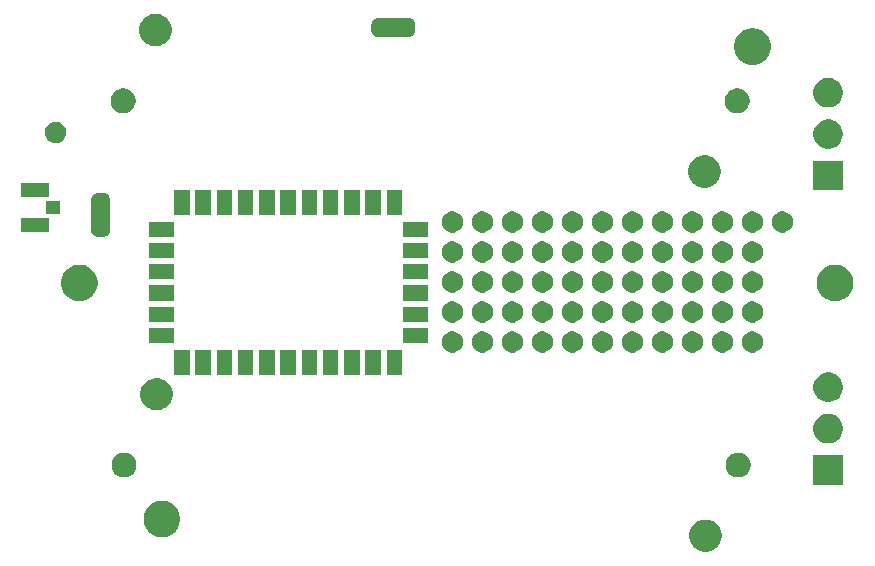
<source format=gbr>
G04 #@! TF.GenerationSoftware,KiCad,Pcbnew,5.1.5-52549c5~86~ubuntu18.04.1*
G04 #@! TF.CreationDate,2020-07-02T00:48:14-05:00*
G04 #@! TF.ProjectId,RAK811_LORA_ADAPTABLE_NODE,52414b38-3131-45f4-9c4f-52415f414441,rev?*
G04 #@! TF.SameCoordinates,Original*
G04 #@! TF.FileFunction,Soldermask,Bot*
G04 #@! TF.FilePolarity,Negative*
%FSLAX46Y46*%
G04 Gerber Fmt 4.6, Leading zero omitted, Abs format (unit mm)*
G04 Created by KiCad (PCBNEW 5.1.5-52549c5~86~ubuntu18.04.1) date 2020-07-02 00:48:14*
%MOMM*%
%LPD*%
G04 APERTURE LIST*
%ADD10C,0.100000*%
G04 APERTURE END LIST*
D10*
G36*
X158712724Y-144546497D02*
G01*
X158939906Y-144591686D01*
X159189412Y-144695035D01*
X159413962Y-144845075D01*
X159604925Y-145036038D01*
X159754965Y-145260588D01*
X159858314Y-145510094D01*
X159911000Y-145774968D01*
X159911000Y-146045032D01*
X159858314Y-146309906D01*
X159754965Y-146559412D01*
X159604925Y-146783962D01*
X159413962Y-146974925D01*
X159189412Y-147124965D01*
X158939906Y-147228314D01*
X158712724Y-147273503D01*
X158675033Y-147281000D01*
X158404967Y-147281000D01*
X158367276Y-147273503D01*
X158140094Y-147228314D01*
X157890588Y-147124965D01*
X157666038Y-146974925D01*
X157475075Y-146783962D01*
X157325035Y-146559412D01*
X157221686Y-146309906D01*
X157169000Y-146045032D01*
X157169000Y-145774968D01*
X157221686Y-145510094D01*
X157325035Y-145260588D01*
X157475075Y-145036038D01*
X157666038Y-144845075D01*
X157890588Y-144695035D01*
X158140094Y-144591686D01*
X158367276Y-144546497D01*
X158404967Y-144539000D01*
X158675033Y-144539000D01*
X158712724Y-144546497D01*
G37*
G36*
X112802585Y-142978802D02*
G01*
X112952410Y-143008604D01*
X113234674Y-143125521D01*
X113488705Y-143295259D01*
X113704741Y-143511295D01*
X113874479Y-143765326D01*
X113991396Y-144047590D01*
X114051000Y-144347240D01*
X114051000Y-144652760D01*
X113991396Y-144952410D01*
X113874479Y-145234674D01*
X113704741Y-145488705D01*
X113488705Y-145704741D01*
X113234674Y-145874479D01*
X112952410Y-145991396D01*
X112802585Y-146021198D01*
X112652761Y-146051000D01*
X112347239Y-146051000D01*
X112197415Y-146021198D01*
X112047590Y-145991396D01*
X111765326Y-145874479D01*
X111511295Y-145704741D01*
X111295259Y-145488705D01*
X111125521Y-145234674D01*
X111008604Y-144952410D01*
X110949000Y-144652760D01*
X110949000Y-144347240D01*
X111008604Y-144047590D01*
X111125521Y-143765326D01*
X111295259Y-143511295D01*
X111511295Y-143295259D01*
X111765326Y-143125521D01*
X112047590Y-143008604D01*
X112197415Y-142978802D01*
X112347239Y-142949000D01*
X112652761Y-142949000D01*
X112802585Y-142978802D01*
G37*
G36*
X170161000Y-141586000D02*
G01*
X167659000Y-141586000D01*
X167659000Y-139084000D01*
X170161000Y-139084000D01*
X170161000Y-141586000D01*
G37*
G36*
X161596564Y-138904389D02*
G01*
X161787833Y-138983615D01*
X161787835Y-138983616D01*
X161938070Y-139084000D01*
X161959973Y-139098635D01*
X162106365Y-139245027D01*
X162221385Y-139417167D01*
X162300611Y-139608436D01*
X162341000Y-139811484D01*
X162341000Y-140018516D01*
X162300611Y-140221564D01*
X162221385Y-140412833D01*
X162221384Y-140412835D01*
X162106365Y-140584973D01*
X161959973Y-140731365D01*
X161787835Y-140846384D01*
X161787834Y-140846385D01*
X161787833Y-140846385D01*
X161596564Y-140925611D01*
X161393516Y-140966000D01*
X161186484Y-140966000D01*
X160983436Y-140925611D01*
X160792167Y-140846385D01*
X160792166Y-140846385D01*
X160792165Y-140846384D01*
X160620027Y-140731365D01*
X160473635Y-140584973D01*
X160358616Y-140412835D01*
X160358615Y-140412833D01*
X160279389Y-140221564D01*
X160239000Y-140018516D01*
X160239000Y-139811484D01*
X160279389Y-139608436D01*
X160358615Y-139417167D01*
X160473635Y-139245027D01*
X160620027Y-139098635D01*
X160641930Y-139084000D01*
X160792165Y-138983616D01*
X160792167Y-138983615D01*
X160983436Y-138904389D01*
X161186484Y-138864000D01*
X161393516Y-138864000D01*
X161596564Y-138904389D01*
G37*
G36*
X109606564Y-138904389D02*
G01*
X109797833Y-138983615D01*
X109797835Y-138983616D01*
X109948070Y-139084000D01*
X109969973Y-139098635D01*
X110116365Y-139245027D01*
X110231385Y-139417167D01*
X110310611Y-139608436D01*
X110351000Y-139811484D01*
X110351000Y-140018516D01*
X110310611Y-140221564D01*
X110231385Y-140412833D01*
X110231384Y-140412835D01*
X110116365Y-140584973D01*
X109969973Y-140731365D01*
X109797835Y-140846384D01*
X109797834Y-140846385D01*
X109797833Y-140846385D01*
X109606564Y-140925611D01*
X109403516Y-140966000D01*
X109196484Y-140966000D01*
X108993436Y-140925611D01*
X108802167Y-140846385D01*
X108802166Y-140846385D01*
X108802165Y-140846384D01*
X108630027Y-140731365D01*
X108483635Y-140584973D01*
X108368616Y-140412835D01*
X108368615Y-140412833D01*
X108289389Y-140221564D01*
X108249000Y-140018516D01*
X108249000Y-139811484D01*
X108289389Y-139608436D01*
X108368615Y-139417167D01*
X108483635Y-139245027D01*
X108630027Y-139098635D01*
X108651930Y-139084000D01*
X108802165Y-138983616D01*
X108802167Y-138983615D01*
X108993436Y-138904389D01*
X109196484Y-138864000D01*
X109403516Y-138864000D01*
X109606564Y-138904389D01*
G37*
G36*
X169274903Y-135632075D02*
G01*
X169502571Y-135726378D01*
X169707466Y-135863285D01*
X169881715Y-136037534D01*
X170018622Y-136242429D01*
X170112925Y-136470097D01*
X170161000Y-136711787D01*
X170161000Y-136958213D01*
X170112925Y-137199903D01*
X170018622Y-137427571D01*
X169881715Y-137632466D01*
X169707466Y-137806715D01*
X169502571Y-137943622D01*
X169502570Y-137943623D01*
X169502569Y-137943623D01*
X169274903Y-138037925D01*
X169033214Y-138086000D01*
X168786786Y-138086000D01*
X168545097Y-138037925D01*
X168317431Y-137943623D01*
X168317430Y-137943623D01*
X168317429Y-137943622D01*
X168112534Y-137806715D01*
X167938285Y-137632466D01*
X167801378Y-137427571D01*
X167707075Y-137199903D01*
X167659000Y-136958213D01*
X167659000Y-136711787D01*
X167707075Y-136470097D01*
X167801378Y-136242429D01*
X167938285Y-136037534D01*
X168112534Y-135863285D01*
X168317429Y-135726378D01*
X168545097Y-135632075D01*
X168786786Y-135584000D01*
X169033214Y-135584000D01*
X169274903Y-135632075D01*
G37*
G36*
X112232724Y-132556497D02*
G01*
X112459906Y-132601686D01*
X112709412Y-132705035D01*
X112933962Y-132855075D01*
X113124925Y-133046038D01*
X113274965Y-133270588D01*
X113378314Y-133520094D01*
X113431000Y-133784968D01*
X113431000Y-134055032D01*
X113378314Y-134319906D01*
X113274965Y-134569412D01*
X113124925Y-134793962D01*
X112933962Y-134984925D01*
X112709412Y-135134965D01*
X112459906Y-135238314D01*
X112232724Y-135283503D01*
X112195033Y-135291000D01*
X111924967Y-135291000D01*
X111887276Y-135283503D01*
X111660094Y-135238314D01*
X111410588Y-135134965D01*
X111186038Y-134984925D01*
X110995075Y-134793962D01*
X110845035Y-134569412D01*
X110741686Y-134319906D01*
X110689000Y-134055032D01*
X110689000Y-133784968D01*
X110741686Y-133520094D01*
X110845035Y-133270588D01*
X110995075Y-133046038D01*
X111186038Y-132855075D01*
X111410588Y-132705035D01*
X111660094Y-132601686D01*
X111887276Y-132556497D01*
X111924967Y-132549000D01*
X112195033Y-132549000D01*
X112232724Y-132556497D01*
G37*
G36*
X169274903Y-132132075D02*
G01*
X169502571Y-132226378D01*
X169707466Y-132363285D01*
X169881715Y-132537534D01*
X169993636Y-132705035D01*
X170018623Y-132742431D01*
X170112925Y-132970097D01*
X170161000Y-133211787D01*
X170161000Y-133458213D01*
X170112925Y-133699903D01*
X170018622Y-133927571D01*
X169881715Y-134132466D01*
X169707466Y-134306715D01*
X169502571Y-134443622D01*
X169502570Y-134443623D01*
X169502569Y-134443623D01*
X169274903Y-134537925D01*
X169033214Y-134586000D01*
X168786786Y-134586000D01*
X168545097Y-134537925D01*
X168317431Y-134443623D01*
X168317430Y-134443623D01*
X168317429Y-134443622D01*
X168112534Y-134306715D01*
X167938285Y-134132466D01*
X167801378Y-133927571D01*
X167707075Y-133699903D01*
X167659000Y-133458213D01*
X167659000Y-133211787D01*
X167707075Y-132970097D01*
X167801377Y-132742431D01*
X167826364Y-132705035D01*
X167938285Y-132537534D01*
X168112534Y-132363285D01*
X168317429Y-132226378D01*
X168545097Y-132132075D01*
X168786786Y-132084000D01*
X169033214Y-132084000D01*
X169274903Y-132132075D01*
G37*
G36*
X114841000Y-132261000D02*
G01*
X113539000Y-132261000D01*
X113539000Y-130159000D01*
X114841000Y-130159000D01*
X114841000Y-132261000D01*
G37*
G36*
X125641000Y-132261000D02*
G01*
X124339000Y-132261000D01*
X124339000Y-130159000D01*
X125641000Y-130159000D01*
X125641000Y-132261000D01*
G37*
G36*
X122041000Y-132261000D02*
G01*
X120739000Y-132261000D01*
X120739000Y-130159000D01*
X122041000Y-130159000D01*
X122041000Y-132261000D01*
G37*
G36*
X120241000Y-132261000D02*
G01*
X118939000Y-132261000D01*
X118939000Y-130159000D01*
X120241000Y-130159000D01*
X120241000Y-132261000D01*
G37*
G36*
X118441000Y-132261000D02*
G01*
X117139000Y-132261000D01*
X117139000Y-130159000D01*
X118441000Y-130159000D01*
X118441000Y-132261000D01*
G37*
G36*
X116641000Y-132261000D02*
G01*
X115339000Y-132261000D01*
X115339000Y-130159000D01*
X116641000Y-130159000D01*
X116641000Y-132261000D01*
G37*
G36*
X127441000Y-132261000D02*
G01*
X126139000Y-132261000D01*
X126139000Y-130159000D01*
X127441000Y-130159000D01*
X127441000Y-132261000D01*
G37*
G36*
X129241000Y-132261000D02*
G01*
X127939000Y-132261000D01*
X127939000Y-130159000D01*
X129241000Y-130159000D01*
X129241000Y-132261000D01*
G37*
G36*
X131041000Y-132261000D02*
G01*
X129739000Y-132261000D01*
X129739000Y-130159000D01*
X131041000Y-130159000D01*
X131041000Y-132261000D01*
G37*
G36*
X132841000Y-132261000D02*
G01*
X131539000Y-132261000D01*
X131539000Y-130159000D01*
X132841000Y-130159000D01*
X132841000Y-132261000D01*
G37*
G36*
X123841000Y-132261000D02*
G01*
X122539000Y-132261000D01*
X122539000Y-130159000D01*
X123841000Y-130159000D01*
X123841000Y-132261000D01*
G37*
G36*
X154988512Y-128608927D02*
G01*
X155137812Y-128638624D01*
X155301784Y-128706544D01*
X155449354Y-128805147D01*
X155574853Y-128930646D01*
X155673456Y-129078216D01*
X155741376Y-129242188D01*
X155776000Y-129416259D01*
X155776000Y-129593741D01*
X155741376Y-129767812D01*
X155673456Y-129931784D01*
X155574853Y-130079354D01*
X155449354Y-130204853D01*
X155301784Y-130303456D01*
X155137812Y-130371376D01*
X154988512Y-130401073D01*
X154963742Y-130406000D01*
X154786258Y-130406000D01*
X154761488Y-130401073D01*
X154612188Y-130371376D01*
X154448216Y-130303456D01*
X154300646Y-130204853D01*
X154175147Y-130079354D01*
X154076544Y-129931784D01*
X154008624Y-129767812D01*
X153974000Y-129593741D01*
X153974000Y-129416259D01*
X154008624Y-129242188D01*
X154076544Y-129078216D01*
X154175147Y-128930646D01*
X154300646Y-128805147D01*
X154448216Y-128706544D01*
X154612188Y-128638624D01*
X154761488Y-128608927D01*
X154786258Y-128604000D01*
X154963742Y-128604000D01*
X154988512Y-128608927D01*
G37*
G36*
X162608512Y-128608927D02*
G01*
X162757812Y-128638624D01*
X162921784Y-128706544D01*
X163069354Y-128805147D01*
X163194853Y-128930646D01*
X163293456Y-129078216D01*
X163361376Y-129242188D01*
X163396000Y-129416259D01*
X163396000Y-129593741D01*
X163361376Y-129767812D01*
X163293456Y-129931784D01*
X163194853Y-130079354D01*
X163069354Y-130204853D01*
X162921784Y-130303456D01*
X162757812Y-130371376D01*
X162608512Y-130401073D01*
X162583742Y-130406000D01*
X162406258Y-130406000D01*
X162381488Y-130401073D01*
X162232188Y-130371376D01*
X162068216Y-130303456D01*
X161920646Y-130204853D01*
X161795147Y-130079354D01*
X161696544Y-129931784D01*
X161628624Y-129767812D01*
X161594000Y-129593741D01*
X161594000Y-129416259D01*
X161628624Y-129242188D01*
X161696544Y-129078216D01*
X161795147Y-128930646D01*
X161920646Y-128805147D01*
X162068216Y-128706544D01*
X162232188Y-128638624D01*
X162381488Y-128608927D01*
X162406258Y-128604000D01*
X162583742Y-128604000D01*
X162608512Y-128608927D01*
G37*
G36*
X160068512Y-128608927D02*
G01*
X160217812Y-128638624D01*
X160381784Y-128706544D01*
X160529354Y-128805147D01*
X160654853Y-128930646D01*
X160753456Y-129078216D01*
X160821376Y-129242188D01*
X160856000Y-129416259D01*
X160856000Y-129593741D01*
X160821376Y-129767812D01*
X160753456Y-129931784D01*
X160654853Y-130079354D01*
X160529354Y-130204853D01*
X160381784Y-130303456D01*
X160217812Y-130371376D01*
X160068512Y-130401073D01*
X160043742Y-130406000D01*
X159866258Y-130406000D01*
X159841488Y-130401073D01*
X159692188Y-130371376D01*
X159528216Y-130303456D01*
X159380646Y-130204853D01*
X159255147Y-130079354D01*
X159156544Y-129931784D01*
X159088624Y-129767812D01*
X159054000Y-129593741D01*
X159054000Y-129416259D01*
X159088624Y-129242188D01*
X159156544Y-129078216D01*
X159255147Y-128930646D01*
X159380646Y-128805147D01*
X159528216Y-128706544D01*
X159692188Y-128638624D01*
X159841488Y-128608927D01*
X159866258Y-128604000D01*
X160043742Y-128604000D01*
X160068512Y-128608927D01*
G37*
G36*
X157528512Y-128608927D02*
G01*
X157677812Y-128638624D01*
X157841784Y-128706544D01*
X157989354Y-128805147D01*
X158114853Y-128930646D01*
X158213456Y-129078216D01*
X158281376Y-129242188D01*
X158316000Y-129416259D01*
X158316000Y-129593741D01*
X158281376Y-129767812D01*
X158213456Y-129931784D01*
X158114853Y-130079354D01*
X157989354Y-130204853D01*
X157841784Y-130303456D01*
X157677812Y-130371376D01*
X157528512Y-130401073D01*
X157503742Y-130406000D01*
X157326258Y-130406000D01*
X157301488Y-130401073D01*
X157152188Y-130371376D01*
X156988216Y-130303456D01*
X156840646Y-130204853D01*
X156715147Y-130079354D01*
X156616544Y-129931784D01*
X156548624Y-129767812D01*
X156514000Y-129593741D01*
X156514000Y-129416259D01*
X156548624Y-129242188D01*
X156616544Y-129078216D01*
X156715147Y-128930646D01*
X156840646Y-128805147D01*
X156988216Y-128706544D01*
X157152188Y-128638624D01*
X157301488Y-128608927D01*
X157326258Y-128604000D01*
X157503742Y-128604000D01*
X157528512Y-128608927D01*
G37*
G36*
X137208512Y-128608927D02*
G01*
X137357812Y-128638624D01*
X137521784Y-128706544D01*
X137669354Y-128805147D01*
X137794853Y-128930646D01*
X137893456Y-129078216D01*
X137961376Y-129242188D01*
X137996000Y-129416259D01*
X137996000Y-129593741D01*
X137961376Y-129767812D01*
X137893456Y-129931784D01*
X137794853Y-130079354D01*
X137669354Y-130204853D01*
X137521784Y-130303456D01*
X137357812Y-130371376D01*
X137208512Y-130401073D01*
X137183742Y-130406000D01*
X137006258Y-130406000D01*
X136981488Y-130401073D01*
X136832188Y-130371376D01*
X136668216Y-130303456D01*
X136520646Y-130204853D01*
X136395147Y-130079354D01*
X136296544Y-129931784D01*
X136228624Y-129767812D01*
X136194000Y-129593741D01*
X136194000Y-129416259D01*
X136228624Y-129242188D01*
X136296544Y-129078216D01*
X136395147Y-128930646D01*
X136520646Y-128805147D01*
X136668216Y-128706544D01*
X136832188Y-128638624D01*
X136981488Y-128608927D01*
X137006258Y-128604000D01*
X137183742Y-128604000D01*
X137208512Y-128608927D01*
G37*
G36*
X149908512Y-128608927D02*
G01*
X150057812Y-128638624D01*
X150221784Y-128706544D01*
X150369354Y-128805147D01*
X150494853Y-128930646D01*
X150593456Y-129078216D01*
X150661376Y-129242188D01*
X150696000Y-129416259D01*
X150696000Y-129593741D01*
X150661376Y-129767812D01*
X150593456Y-129931784D01*
X150494853Y-130079354D01*
X150369354Y-130204853D01*
X150221784Y-130303456D01*
X150057812Y-130371376D01*
X149908512Y-130401073D01*
X149883742Y-130406000D01*
X149706258Y-130406000D01*
X149681488Y-130401073D01*
X149532188Y-130371376D01*
X149368216Y-130303456D01*
X149220646Y-130204853D01*
X149095147Y-130079354D01*
X148996544Y-129931784D01*
X148928624Y-129767812D01*
X148894000Y-129593741D01*
X148894000Y-129416259D01*
X148928624Y-129242188D01*
X148996544Y-129078216D01*
X149095147Y-128930646D01*
X149220646Y-128805147D01*
X149368216Y-128706544D01*
X149532188Y-128638624D01*
X149681488Y-128608927D01*
X149706258Y-128604000D01*
X149883742Y-128604000D01*
X149908512Y-128608927D01*
G37*
G36*
X144828512Y-128608927D02*
G01*
X144977812Y-128638624D01*
X145141784Y-128706544D01*
X145289354Y-128805147D01*
X145414853Y-128930646D01*
X145513456Y-129078216D01*
X145581376Y-129242188D01*
X145616000Y-129416259D01*
X145616000Y-129593741D01*
X145581376Y-129767812D01*
X145513456Y-129931784D01*
X145414853Y-130079354D01*
X145289354Y-130204853D01*
X145141784Y-130303456D01*
X144977812Y-130371376D01*
X144828512Y-130401073D01*
X144803742Y-130406000D01*
X144626258Y-130406000D01*
X144601488Y-130401073D01*
X144452188Y-130371376D01*
X144288216Y-130303456D01*
X144140646Y-130204853D01*
X144015147Y-130079354D01*
X143916544Y-129931784D01*
X143848624Y-129767812D01*
X143814000Y-129593741D01*
X143814000Y-129416259D01*
X143848624Y-129242188D01*
X143916544Y-129078216D01*
X144015147Y-128930646D01*
X144140646Y-128805147D01*
X144288216Y-128706544D01*
X144452188Y-128638624D01*
X144601488Y-128608927D01*
X144626258Y-128604000D01*
X144803742Y-128604000D01*
X144828512Y-128608927D01*
G37*
G36*
X147368512Y-128608927D02*
G01*
X147517812Y-128638624D01*
X147681784Y-128706544D01*
X147829354Y-128805147D01*
X147954853Y-128930646D01*
X148053456Y-129078216D01*
X148121376Y-129242188D01*
X148156000Y-129416259D01*
X148156000Y-129593741D01*
X148121376Y-129767812D01*
X148053456Y-129931784D01*
X147954853Y-130079354D01*
X147829354Y-130204853D01*
X147681784Y-130303456D01*
X147517812Y-130371376D01*
X147368512Y-130401073D01*
X147343742Y-130406000D01*
X147166258Y-130406000D01*
X147141488Y-130401073D01*
X146992188Y-130371376D01*
X146828216Y-130303456D01*
X146680646Y-130204853D01*
X146555147Y-130079354D01*
X146456544Y-129931784D01*
X146388624Y-129767812D01*
X146354000Y-129593741D01*
X146354000Y-129416259D01*
X146388624Y-129242188D01*
X146456544Y-129078216D01*
X146555147Y-128930646D01*
X146680646Y-128805147D01*
X146828216Y-128706544D01*
X146992188Y-128638624D01*
X147141488Y-128608927D01*
X147166258Y-128604000D01*
X147343742Y-128604000D01*
X147368512Y-128608927D01*
G37*
G36*
X142288512Y-128608927D02*
G01*
X142437812Y-128638624D01*
X142601784Y-128706544D01*
X142749354Y-128805147D01*
X142874853Y-128930646D01*
X142973456Y-129078216D01*
X143041376Y-129242188D01*
X143076000Y-129416259D01*
X143076000Y-129593741D01*
X143041376Y-129767812D01*
X142973456Y-129931784D01*
X142874853Y-130079354D01*
X142749354Y-130204853D01*
X142601784Y-130303456D01*
X142437812Y-130371376D01*
X142288512Y-130401073D01*
X142263742Y-130406000D01*
X142086258Y-130406000D01*
X142061488Y-130401073D01*
X141912188Y-130371376D01*
X141748216Y-130303456D01*
X141600646Y-130204853D01*
X141475147Y-130079354D01*
X141376544Y-129931784D01*
X141308624Y-129767812D01*
X141274000Y-129593741D01*
X141274000Y-129416259D01*
X141308624Y-129242188D01*
X141376544Y-129078216D01*
X141475147Y-128930646D01*
X141600646Y-128805147D01*
X141748216Y-128706544D01*
X141912188Y-128638624D01*
X142061488Y-128608927D01*
X142086258Y-128604000D01*
X142263742Y-128604000D01*
X142288512Y-128608927D01*
G37*
G36*
X139748512Y-128608927D02*
G01*
X139897812Y-128638624D01*
X140061784Y-128706544D01*
X140209354Y-128805147D01*
X140334853Y-128930646D01*
X140433456Y-129078216D01*
X140501376Y-129242188D01*
X140536000Y-129416259D01*
X140536000Y-129593741D01*
X140501376Y-129767812D01*
X140433456Y-129931784D01*
X140334853Y-130079354D01*
X140209354Y-130204853D01*
X140061784Y-130303456D01*
X139897812Y-130371376D01*
X139748512Y-130401073D01*
X139723742Y-130406000D01*
X139546258Y-130406000D01*
X139521488Y-130401073D01*
X139372188Y-130371376D01*
X139208216Y-130303456D01*
X139060646Y-130204853D01*
X138935147Y-130079354D01*
X138836544Y-129931784D01*
X138768624Y-129767812D01*
X138734000Y-129593741D01*
X138734000Y-129416259D01*
X138768624Y-129242188D01*
X138836544Y-129078216D01*
X138935147Y-128930646D01*
X139060646Y-128805147D01*
X139208216Y-128706544D01*
X139372188Y-128638624D01*
X139521488Y-128608927D01*
X139546258Y-128604000D01*
X139723742Y-128604000D01*
X139748512Y-128608927D01*
G37*
G36*
X152448512Y-128608927D02*
G01*
X152597812Y-128638624D01*
X152761784Y-128706544D01*
X152909354Y-128805147D01*
X153034853Y-128930646D01*
X153133456Y-129078216D01*
X153201376Y-129242188D01*
X153236000Y-129416259D01*
X153236000Y-129593741D01*
X153201376Y-129767812D01*
X153133456Y-129931784D01*
X153034853Y-130079354D01*
X152909354Y-130204853D01*
X152761784Y-130303456D01*
X152597812Y-130371376D01*
X152448512Y-130401073D01*
X152423742Y-130406000D01*
X152246258Y-130406000D01*
X152221488Y-130401073D01*
X152072188Y-130371376D01*
X151908216Y-130303456D01*
X151760646Y-130204853D01*
X151635147Y-130079354D01*
X151536544Y-129931784D01*
X151468624Y-129767812D01*
X151434000Y-129593741D01*
X151434000Y-129416259D01*
X151468624Y-129242188D01*
X151536544Y-129078216D01*
X151635147Y-128930646D01*
X151760646Y-128805147D01*
X151908216Y-128706544D01*
X152072188Y-128638624D01*
X152221488Y-128608927D01*
X152246258Y-128604000D01*
X152423742Y-128604000D01*
X152448512Y-128608927D01*
G37*
G36*
X134991000Y-129611000D02*
G01*
X132889000Y-129611000D01*
X132889000Y-128309000D01*
X134991000Y-128309000D01*
X134991000Y-129611000D01*
G37*
G36*
X113491000Y-129611000D02*
G01*
X111389000Y-129611000D01*
X111389000Y-128309000D01*
X113491000Y-128309000D01*
X113491000Y-129611000D01*
G37*
G36*
X139748512Y-126068927D02*
G01*
X139897812Y-126098624D01*
X140061784Y-126166544D01*
X140209354Y-126265147D01*
X140334853Y-126390646D01*
X140433456Y-126538216D01*
X140501376Y-126702188D01*
X140536000Y-126876259D01*
X140536000Y-127053741D01*
X140501376Y-127227812D01*
X140433456Y-127391784D01*
X140334853Y-127539354D01*
X140209354Y-127664853D01*
X140061784Y-127763456D01*
X139897812Y-127831376D01*
X139748512Y-127861073D01*
X139723742Y-127866000D01*
X139546258Y-127866000D01*
X139521488Y-127861073D01*
X139372188Y-127831376D01*
X139208216Y-127763456D01*
X139060646Y-127664853D01*
X138935147Y-127539354D01*
X138836544Y-127391784D01*
X138768624Y-127227812D01*
X138734000Y-127053741D01*
X138734000Y-126876259D01*
X138768624Y-126702188D01*
X138836544Y-126538216D01*
X138935147Y-126390646D01*
X139060646Y-126265147D01*
X139208216Y-126166544D01*
X139372188Y-126098624D01*
X139521488Y-126068927D01*
X139546258Y-126064000D01*
X139723742Y-126064000D01*
X139748512Y-126068927D01*
G37*
G36*
X137208512Y-126068927D02*
G01*
X137357812Y-126098624D01*
X137521784Y-126166544D01*
X137669354Y-126265147D01*
X137794853Y-126390646D01*
X137893456Y-126538216D01*
X137961376Y-126702188D01*
X137996000Y-126876259D01*
X137996000Y-127053741D01*
X137961376Y-127227812D01*
X137893456Y-127391784D01*
X137794853Y-127539354D01*
X137669354Y-127664853D01*
X137521784Y-127763456D01*
X137357812Y-127831376D01*
X137208512Y-127861073D01*
X137183742Y-127866000D01*
X137006258Y-127866000D01*
X136981488Y-127861073D01*
X136832188Y-127831376D01*
X136668216Y-127763456D01*
X136520646Y-127664853D01*
X136395147Y-127539354D01*
X136296544Y-127391784D01*
X136228624Y-127227812D01*
X136194000Y-127053741D01*
X136194000Y-126876259D01*
X136228624Y-126702188D01*
X136296544Y-126538216D01*
X136395147Y-126390646D01*
X136520646Y-126265147D01*
X136668216Y-126166544D01*
X136832188Y-126098624D01*
X136981488Y-126068927D01*
X137006258Y-126064000D01*
X137183742Y-126064000D01*
X137208512Y-126068927D01*
G37*
G36*
X162608512Y-126068927D02*
G01*
X162757812Y-126098624D01*
X162921784Y-126166544D01*
X163069354Y-126265147D01*
X163194853Y-126390646D01*
X163293456Y-126538216D01*
X163361376Y-126702188D01*
X163396000Y-126876259D01*
X163396000Y-127053741D01*
X163361376Y-127227812D01*
X163293456Y-127391784D01*
X163194853Y-127539354D01*
X163069354Y-127664853D01*
X162921784Y-127763456D01*
X162757812Y-127831376D01*
X162608512Y-127861073D01*
X162583742Y-127866000D01*
X162406258Y-127866000D01*
X162381488Y-127861073D01*
X162232188Y-127831376D01*
X162068216Y-127763456D01*
X161920646Y-127664853D01*
X161795147Y-127539354D01*
X161696544Y-127391784D01*
X161628624Y-127227812D01*
X161594000Y-127053741D01*
X161594000Y-126876259D01*
X161628624Y-126702188D01*
X161696544Y-126538216D01*
X161795147Y-126390646D01*
X161920646Y-126265147D01*
X162068216Y-126166544D01*
X162232188Y-126098624D01*
X162381488Y-126068927D01*
X162406258Y-126064000D01*
X162583742Y-126064000D01*
X162608512Y-126068927D01*
G37*
G36*
X160068512Y-126068927D02*
G01*
X160217812Y-126098624D01*
X160381784Y-126166544D01*
X160529354Y-126265147D01*
X160654853Y-126390646D01*
X160753456Y-126538216D01*
X160821376Y-126702188D01*
X160856000Y-126876259D01*
X160856000Y-127053741D01*
X160821376Y-127227812D01*
X160753456Y-127391784D01*
X160654853Y-127539354D01*
X160529354Y-127664853D01*
X160381784Y-127763456D01*
X160217812Y-127831376D01*
X160068512Y-127861073D01*
X160043742Y-127866000D01*
X159866258Y-127866000D01*
X159841488Y-127861073D01*
X159692188Y-127831376D01*
X159528216Y-127763456D01*
X159380646Y-127664853D01*
X159255147Y-127539354D01*
X159156544Y-127391784D01*
X159088624Y-127227812D01*
X159054000Y-127053741D01*
X159054000Y-126876259D01*
X159088624Y-126702188D01*
X159156544Y-126538216D01*
X159255147Y-126390646D01*
X159380646Y-126265147D01*
X159528216Y-126166544D01*
X159692188Y-126098624D01*
X159841488Y-126068927D01*
X159866258Y-126064000D01*
X160043742Y-126064000D01*
X160068512Y-126068927D01*
G37*
G36*
X142288512Y-126068927D02*
G01*
X142437812Y-126098624D01*
X142601784Y-126166544D01*
X142749354Y-126265147D01*
X142874853Y-126390646D01*
X142973456Y-126538216D01*
X143041376Y-126702188D01*
X143076000Y-126876259D01*
X143076000Y-127053741D01*
X143041376Y-127227812D01*
X142973456Y-127391784D01*
X142874853Y-127539354D01*
X142749354Y-127664853D01*
X142601784Y-127763456D01*
X142437812Y-127831376D01*
X142288512Y-127861073D01*
X142263742Y-127866000D01*
X142086258Y-127866000D01*
X142061488Y-127861073D01*
X141912188Y-127831376D01*
X141748216Y-127763456D01*
X141600646Y-127664853D01*
X141475147Y-127539354D01*
X141376544Y-127391784D01*
X141308624Y-127227812D01*
X141274000Y-127053741D01*
X141274000Y-126876259D01*
X141308624Y-126702188D01*
X141376544Y-126538216D01*
X141475147Y-126390646D01*
X141600646Y-126265147D01*
X141748216Y-126166544D01*
X141912188Y-126098624D01*
X142061488Y-126068927D01*
X142086258Y-126064000D01*
X142263742Y-126064000D01*
X142288512Y-126068927D01*
G37*
G36*
X147368512Y-126068927D02*
G01*
X147517812Y-126098624D01*
X147681784Y-126166544D01*
X147829354Y-126265147D01*
X147954853Y-126390646D01*
X148053456Y-126538216D01*
X148121376Y-126702188D01*
X148156000Y-126876259D01*
X148156000Y-127053741D01*
X148121376Y-127227812D01*
X148053456Y-127391784D01*
X147954853Y-127539354D01*
X147829354Y-127664853D01*
X147681784Y-127763456D01*
X147517812Y-127831376D01*
X147368512Y-127861073D01*
X147343742Y-127866000D01*
X147166258Y-127866000D01*
X147141488Y-127861073D01*
X146992188Y-127831376D01*
X146828216Y-127763456D01*
X146680646Y-127664853D01*
X146555147Y-127539354D01*
X146456544Y-127391784D01*
X146388624Y-127227812D01*
X146354000Y-127053741D01*
X146354000Y-126876259D01*
X146388624Y-126702188D01*
X146456544Y-126538216D01*
X146555147Y-126390646D01*
X146680646Y-126265147D01*
X146828216Y-126166544D01*
X146992188Y-126098624D01*
X147141488Y-126068927D01*
X147166258Y-126064000D01*
X147343742Y-126064000D01*
X147368512Y-126068927D01*
G37*
G36*
X149908512Y-126068927D02*
G01*
X150057812Y-126098624D01*
X150221784Y-126166544D01*
X150369354Y-126265147D01*
X150494853Y-126390646D01*
X150593456Y-126538216D01*
X150661376Y-126702188D01*
X150696000Y-126876259D01*
X150696000Y-127053741D01*
X150661376Y-127227812D01*
X150593456Y-127391784D01*
X150494853Y-127539354D01*
X150369354Y-127664853D01*
X150221784Y-127763456D01*
X150057812Y-127831376D01*
X149908512Y-127861073D01*
X149883742Y-127866000D01*
X149706258Y-127866000D01*
X149681488Y-127861073D01*
X149532188Y-127831376D01*
X149368216Y-127763456D01*
X149220646Y-127664853D01*
X149095147Y-127539354D01*
X148996544Y-127391784D01*
X148928624Y-127227812D01*
X148894000Y-127053741D01*
X148894000Y-126876259D01*
X148928624Y-126702188D01*
X148996544Y-126538216D01*
X149095147Y-126390646D01*
X149220646Y-126265147D01*
X149368216Y-126166544D01*
X149532188Y-126098624D01*
X149681488Y-126068927D01*
X149706258Y-126064000D01*
X149883742Y-126064000D01*
X149908512Y-126068927D01*
G37*
G36*
X152448512Y-126068927D02*
G01*
X152597812Y-126098624D01*
X152761784Y-126166544D01*
X152909354Y-126265147D01*
X153034853Y-126390646D01*
X153133456Y-126538216D01*
X153201376Y-126702188D01*
X153236000Y-126876259D01*
X153236000Y-127053741D01*
X153201376Y-127227812D01*
X153133456Y-127391784D01*
X153034853Y-127539354D01*
X152909354Y-127664853D01*
X152761784Y-127763456D01*
X152597812Y-127831376D01*
X152448512Y-127861073D01*
X152423742Y-127866000D01*
X152246258Y-127866000D01*
X152221488Y-127861073D01*
X152072188Y-127831376D01*
X151908216Y-127763456D01*
X151760646Y-127664853D01*
X151635147Y-127539354D01*
X151536544Y-127391784D01*
X151468624Y-127227812D01*
X151434000Y-127053741D01*
X151434000Y-126876259D01*
X151468624Y-126702188D01*
X151536544Y-126538216D01*
X151635147Y-126390646D01*
X151760646Y-126265147D01*
X151908216Y-126166544D01*
X152072188Y-126098624D01*
X152221488Y-126068927D01*
X152246258Y-126064000D01*
X152423742Y-126064000D01*
X152448512Y-126068927D01*
G37*
G36*
X154988512Y-126068927D02*
G01*
X155137812Y-126098624D01*
X155301784Y-126166544D01*
X155449354Y-126265147D01*
X155574853Y-126390646D01*
X155673456Y-126538216D01*
X155741376Y-126702188D01*
X155776000Y-126876259D01*
X155776000Y-127053741D01*
X155741376Y-127227812D01*
X155673456Y-127391784D01*
X155574853Y-127539354D01*
X155449354Y-127664853D01*
X155301784Y-127763456D01*
X155137812Y-127831376D01*
X154988512Y-127861073D01*
X154963742Y-127866000D01*
X154786258Y-127866000D01*
X154761488Y-127861073D01*
X154612188Y-127831376D01*
X154448216Y-127763456D01*
X154300646Y-127664853D01*
X154175147Y-127539354D01*
X154076544Y-127391784D01*
X154008624Y-127227812D01*
X153974000Y-127053741D01*
X153974000Y-126876259D01*
X154008624Y-126702188D01*
X154076544Y-126538216D01*
X154175147Y-126390646D01*
X154300646Y-126265147D01*
X154448216Y-126166544D01*
X154612188Y-126098624D01*
X154761488Y-126068927D01*
X154786258Y-126064000D01*
X154963742Y-126064000D01*
X154988512Y-126068927D01*
G37*
G36*
X157528512Y-126068927D02*
G01*
X157677812Y-126098624D01*
X157841784Y-126166544D01*
X157989354Y-126265147D01*
X158114853Y-126390646D01*
X158213456Y-126538216D01*
X158281376Y-126702188D01*
X158316000Y-126876259D01*
X158316000Y-127053741D01*
X158281376Y-127227812D01*
X158213456Y-127391784D01*
X158114853Y-127539354D01*
X157989354Y-127664853D01*
X157841784Y-127763456D01*
X157677812Y-127831376D01*
X157528512Y-127861073D01*
X157503742Y-127866000D01*
X157326258Y-127866000D01*
X157301488Y-127861073D01*
X157152188Y-127831376D01*
X156988216Y-127763456D01*
X156840646Y-127664853D01*
X156715147Y-127539354D01*
X156616544Y-127391784D01*
X156548624Y-127227812D01*
X156514000Y-127053741D01*
X156514000Y-126876259D01*
X156548624Y-126702188D01*
X156616544Y-126538216D01*
X156715147Y-126390646D01*
X156840646Y-126265147D01*
X156988216Y-126166544D01*
X157152188Y-126098624D01*
X157301488Y-126068927D01*
X157326258Y-126064000D01*
X157503742Y-126064000D01*
X157528512Y-126068927D01*
G37*
G36*
X144828512Y-126068927D02*
G01*
X144977812Y-126098624D01*
X145141784Y-126166544D01*
X145289354Y-126265147D01*
X145414853Y-126390646D01*
X145513456Y-126538216D01*
X145581376Y-126702188D01*
X145616000Y-126876259D01*
X145616000Y-127053741D01*
X145581376Y-127227812D01*
X145513456Y-127391784D01*
X145414853Y-127539354D01*
X145289354Y-127664853D01*
X145141784Y-127763456D01*
X144977812Y-127831376D01*
X144828512Y-127861073D01*
X144803742Y-127866000D01*
X144626258Y-127866000D01*
X144601488Y-127861073D01*
X144452188Y-127831376D01*
X144288216Y-127763456D01*
X144140646Y-127664853D01*
X144015147Y-127539354D01*
X143916544Y-127391784D01*
X143848624Y-127227812D01*
X143814000Y-127053741D01*
X143814000Y-126876259D01*
X143848624Y-126702188D01*
X143916544Y-126538216D01*
X144015147Y-126390646D01*
X144140646Y-126265147D01*
X144288216Y-126166544D01*
X144452188Y-126098624D01*
X144601488Y-126068927D01*
X144626258Y-126064000D01*
X144803742Y-126064000D01*
X144828512Y-126068927D01*
G37*
G36*
X134991000Y-127811000D02*
G01*
X132889000Y-127811000D01*
X132889000Y-126509000D01*
X134991000Y-126509000D01*
X134991000Y-127811000D01*
G37*
G36*
X113491000Y-127811000D02*
G01*
X111389000Y-127811000D01*
X111389000Y-126509000D01*
X113491000Y-126509000D01*
X113491000Y-127811000D01*
G37*
G36*
X105802585Y-122978802D02*
G01*
X105952410Y-123008604D01*
X106234674Y-123125521D01*
X106488705Y-123295259D01*
X106704741Y-123511295D01*
X106874479Y-123765326D01*
X106991396Y-124047590D01*
X107051000Y-124347240D01*
X107051000Y-124652760D01*
X106991396Y-124952410D01*
X106874479Y-125234674D01*
X106704741Y-125488705D01*
X106488705Y-125704741D01*
X106234674Y-125874479D01*
X105952410Y-125991396D01*
X105853854Y-126011000D01*
X105652761Y-126051000D01*
X105347239Y-126051000D01*
X105146146Y-126011000D01*
X105047590Y-125991396D01*
X104765326Y-125874479D01*
X104511295Y-125704741D01*
X104295259Y-125488705D01*
X104125521Y-125234674D01*
X104008604Y-124952410D01*
X103949000Y-124652760D01*
X103949000Y-124347240D01*
X104008604Y-124047590D01*
X104125521Y-123765326D01*
X104295259Y-123511295D01*
X104511295Y-123295259D01*
X104765326Y-123125521D01*
X105047590Y-123008604D01*
X105197415Y-122978802D01*
X105347239Y-122949000D01*
X105652761Y-122949000D01*
X105802585Y-122978802D01*
G37*
G36*
X169802585Y-122978802D02*
G01*
X169952410Y-123008604D01*
X170234674Y-123125521D01*
X170488705Y-123295259D01*
X170704741Y-123511295D01*
X170874479Y-123765326D01*
X170991396Y-124047590D01*
X171051000Y-124347240D01*
X171051000Y-124652760D01*
X170991396Y-124952410D01*
X170874479Y-125234674D01*
X170704741Y-125488705D01*
X170488705Y-125704741D01*
X170234674Y-125874479D01*
X169952410Y-125991396D01*
X169853854Y-126011000D01*
X169652761Y-126051000D01*
X169347239Y-126051000D01*
X169146146Y-126011000D01*
X169047590Y-125991396D01*
X168765326Y-125874479D01*
X168511295Y-125704741D01*
X168295259Y-125488705D01*
X168125521Y-125234674D01*
X168008604Y-124952410D01*
X167949000Y-124652760D01*
X167949000Y-124347240D01*
X168008604Y-124047590D01*
X168125521Y-123765326D01*
X168295259Y-123511295D01*
X168511295Y-123295259D01*
X168765326Y-123125521D01*
X169047590Y-123008604D01*
X169197415Y-122978802D01*
X169347239Y-122949000D01*
X169652761Y-122949000D01*
X169802585Y-122978802D01*
G37*
G36*
X134991000Y-126011000D02*
G01*
X132889000Y-126011000D01*
X132889000Y-124709000D01*
X134991000Y-124709000D01*
X134991000Y-126011000D01*
G37*
G36*
X113491000Y-126011000D02*
G01*
X111389000Y-126011000D01*
X111389000Y-124709000D01*
X113491000Y-124709000D01*
X113491000Y-126011000D01*
G37*
G36*
X152448512Y-123528927D02*
G01*
X152597812Y-123558624D01*
X152761784Y-123626544D01*
X152909354Y-123725147D01*
X153034853Y-123850646D01*
X153133456Y-123998216D01*
X153201376Y-124162188D01*
X153236000Y-124336259D01*
X153236000Y-124513741D01*
X153201376Y-124687812D01*
X153133456Y-124851784D01*
X153034853Y-124999354D01*
X152909354Y-125124853D01*
X152761784Y-125223456D01*
X152597812Y-125291376D01*
X152448512Y-125321073D01*
X152423742Y-125326000D01*
X152246258Y-125326000D01*
X152221488Y-125321073D01*
X152072188Y-125291376D01*
X151908216Y-125223456D01*
X151760646Y-125124853D01*
X151635147Y-124999354D01*
X151536544Y-124851784D01*
X151468624Y-124687812D01*
X151434000Y-124513741D01*
X151434000Y-124336259D01*
X151468624Y-124162188D01*
X151536544Y-123998216D01*
X151635147Y-123850646D01*
X151760646Y-123725147D01*
X151908216Y-123626544D01*
X152072188Y-123558624D01*
X152221488Y-123528927D01*
X152246258Y-123524000D01*
X152423742Y-123524000D01*
X152448512Y-123528927D01*
G37*
G36*
X154988512Y-123528927D02*
G01*
X155137812Y-123558624D01*
X155301784Y-123626544D01*
X155449354Y-123725147D01*
X155574853Y-123850646D01*
X155673456Y-123998216D01*
X155741376Y-124162188D01*
X155776000Y-124336259D01*
X155776000Y-124513741D01*
X155741376Y-124687812D01*
X155673456Y-124851784D01*
X155574853Y-124999354D01*
X155449354Y-125124853D01*
X155301784Y-125223456D01*
X155137812Y-125291376D01*
X154988512Y-125321073D01*
X154963742Y-125326000D01*
X154786258Y-125326000D01*
X154761488Y-125321073D01*
X154612188Y-125291376D01*
X154448216Y-125223456D01*
X154300646Y-125124853D01*
X154175147Y-124999354D01*
X154076544Y-124851784D01*
X154008624Y-124687812D01*
X153974000Y-124513741D01*
X153974000Y-124336259D01*
X154008624Y-124162188D01*
X154076544Y-123998216D01*
X154175147Y-123850646D01*
X154300646Y-123725147D01*
X154448216Y-123626544D01*
X154612188Y-123558624D01*
X154761488Y-123528927D01*
X154786258Y-123524000D01*
X154963742Y-123524000D01*
X154988512Y-123528927D01*
G37*
G36*
X157528512Y-123528927D02*
G01*
X157677812Y-123558624D01*
X157841784Y-123626544D01*
X157989354Y-123725147D01*
X158114853Y-123850646D01*
X158213456Y-123998216D01*
X158281376Y-124162188D01*
X158316000Y-124336259D01*
X158316000Y-124513741D01*
X158281376Y-124687812D01*
X158213456Y-124851784D01*
X158114853Y-124999354D01*
X157989354Y-125124853D01*
X157841784Y-125223456D01*
X157677812Y-125291376D01*
X157528512Y-125321073D01*
X157503742Y-125326000D01*
X157326258Y-125326000D01*
X157301488Y-125321073D01*
X157152188Y-125291376D01*
X156988216Y-125223456D01*
X156840646Y-125124853D01*
X156715147Y-124999354D01*
X156616544Y-124851784D01*
X156548624Y-124687812D01*
X156514000Y-124513741D01*
X156514000Y-124336259D01*
X156548624Y-124162188D01*
X156616544Y-123998216D01*
X156715147Y-123850646D01*
X156840646Y-123725147D01*
X156988216Y-123626544D01*
X157152188Y-123558624D01*
X157301488Y-123528927D01*
X157326258Y-123524000D01*
X157503742Y-123524000D01*
X157528512Y-123528927D01*
G37*
G36*
X160068512Y-123528927D02*
G01*
X160217812Y-123558624D01*
X160381784Y-123626544D01*
X160529354Y-123725147D01*
X160654853Y-123850646D01*
X160753456Y-123998216D01*
X160821376Y-124162188D01*
X160856000Y-124336259D01*
X160856000Y-124513741D01*
X160821376Y-124687812D01*
X160753456Y-124851784D01*
X160654853Y-124999354D01*
X160529354Y-125124853D01*
X160381784Y-125223456D01*
X160217812Y-125291376D01*
X160068512Y-125321073D01*
X160043742Y-125326000D01*
X159866258Y-125326000D01*
X159841488Y-125321073D01*
X159692188Y-125291376D01*
X159528216Y-125223456D01*
X159380646Y-125124853D01*
X159255147Y-124999354D01*
X159156544Y-124851784D01*
X159088624Y-124687812D01*
X159054000Y-124513741D01*
X159054000Y-124336259D01*
X159088624Y-124162188D01*
X159156544Y-123998216D01*
X159255147Y-123850646D01*
X159380646Y-123725147D01*
X159528216Y-123626544D01*
X159692188Y-123558624D01*
X159841488Y-123528927D01*
X159866258Y-123524000D01*
X160043742Y-123524000D01*
X160068512Y-123528927D01*
G37*
G36*
X147368512Y-123528927D02*
G01*
X147517812Y-123558624D01*
X147681784Y-123626544D01*
X147829354Y-123725147D01*
X147954853Y-123850646D01*
X148053456Y-123998216D01*
X148121376Y-124162188D01*
X148156000Y-124336259D01*
X148156000Y-124513741D01*
X148121376Y-124687812D01*
X148053456Y-124851784D01*
X147954853Y-124999354D01*
X147829354Y-125124853D01*
X147681784Y-125223456D01*
X147517812Y-125291376D01*
X147368512Y-125321073D01*
X147343742Y-125326000D01*
X147166258Y-125326000D01*
X147141488Y-125321073D01*
X146992188Y-125291376D01*
X146828216Y-125223456D01*
X146680646Y-125124853D01*
X146555147Y-124999354D01*
X146456544Y-124851784D01*
X146388624Y-124687812D01*
X146354000Y-124513741D01*
X146354000Y-124336259D01*
X146388624Y-124162188D01*
X146456544Y-123998216D01*
X146555147Y-123850646D01*
X146680646Y-123725147D01*
X146828216Y-123626544D01*
X146992188Y-123558624D01*
X147141488Y-123528927D01*
X147166258Y-123524000D01*
X147343742Y-123524000D01*
X147368512Y-123528927D01*
G37*
G36*
X142288512Y-123528927D02*
G01*
X142437812Y-123558624D01*
X142601784Y-123626544D01*
X142749354Y-123725147D01*
X142874853Y-123850646D01*
X142973456Y-123998216D01*
X143041376Y-124162188D01*
X143076000Y-124336259D01*
X143076000Y-124513741D01*
X143041376Y-124687812D01*
X142973456Y-124851784D01*
X142874853Y-124999354D01*
X142749354Y-125124853D01*
X142601784Y-125223456D01*
X142437812Y-125291376D01*
X142288512Y-125321073D01*
X142263742Y-125326000D01*
X142086258Y-125326000D01*
X142061488Y-125321073D01*
X141912188Y-125291376D01*
X141748216Y-125223456D01*
X141600646Y-125124853D01*
X141475147Y-124999354D01*
X141376544Y-124851784D01*
X141308624Y-124687812D01*
X141274000Y-124513741D01*
X141274000Y-124336259D01*
X141308624Y-124162188D01*
X141376544Y-123998216D01*
X141475147Y-123850646D01*
X141600646Y-123725147D01*
X141748216Y-123626544D01*
X141912188Y-123558624D01*
X142061488Y-123528927D01*
X142086258Y-123524000D01*
X142263742Y-123524000D01*
X142288512Y-123528927D01*
G37*
G36*
X139748512Y-123528927D02*
G01*
X139897812Y-123558624D01*
X140061784Y-123626544D01*
X140209354Y-123725147D01*
X140334853Y-123850646D01*
X140433456Y-123998216D01*
X140501376Y-124162188D01*
X140536000Y-124336259D01*
X140536000Y-124513741D01*
X140501376Y-124687812D01*
X140433456Y-124851784D01*
X140334853Y-124999354D01*
X140209354Y-125124853D01*
X140061784Y-125223456D01*
X139897812Y-125291376D01*
X139748512Y-125321073D01*
X139723742Y-125326000D01*
X139546258Y-125326000D01*
X139521488Y-125321073D01*
X139372188Y-125291376D01*
X139208216Y-125223456D01*
X139060646Y-125124853D01*
X138935147Y-124999354D01*
X138836544Y-124851784D01*
X138768624Y-124687812D01*
X138734000Y-124513741D01*
X138734000Y-124336259D01*
X138768624Y-124162188D01*
X138836544Y-123998216D01*
X138935147Y-123850646D01*
X139060646Y-123725147D01*
X139208216Y-123626544D01*
X139372188Y-123558624D01*
X139521488Y-123528927D01*
X139546258Y-123524000D01*
X139723742Y-123524000D01*
X139748512Y-123528927D01*
G37*
G36*
X162608512Y-123528927D02*
G01*
X162757812Y-123558624D01*
X162921784Y-123626544D01*
X163069354Y-123725147D01*
X163194853Y-123850646D01*
X163293456Y-123998216D01*
X163361376Y-124162188D01*
X163396000Y-124336259D01*
X163396000Y-124513741D01*
X163361376Y-124687812D01*
X163293456Y-124851784D01*
X163194853Y-124999354D01*
X163069354Y-125124853D01*
X162921784Y-125223456D01*
X162757812Y-125291376D01*
X162608512Y-125321073D01*
X162583742Y-125326000D01*
X162406258Y-125326000D01*
X162381488Y-125321073D01*
X162232188Y-125291376D01*
X162068216Y-125223456D01*
X161920646Y-125124853D01*
X161795147Y-124999354D01*
X161696544Y-124851784D01*
X161628624Y-124687812D01*
X161594000Y-124513741D01*
X161594000Y-124336259D01*
X161628624Y-124162188D01*
X161696544Y-123998216D01*
X161795147Y-123850646D01*
X161920646Y-123725147D01*
X162068216Y-123626544D01*
X162232188Y-123558624D01*
X162381488Y-123528927D01*
X162406258Y-123524000D01*
X162583742Y-123524000D01*
X162608512Y-123528927D01*
G37*
G36*
X149908512Y-123528927D02*
G01*
X150057812Y-123558624D01*
X150221784Y-123626544D01*
X150369354Y-123725147D01*
X150494853Y-123850646D01*
X150593456Y-123998216D01*
X150661376Y-124162188D01*
X150696000Y-124336259D01*
X150696000Y-124513741D01*
X150661376Y-124687812D01*
X150593456Y-124851784D01*
X150494853Y-124999354D01*
X150369354Y-125124853D01*
X150221784Y-125223456D01*
X150057812Y-125291376D01*
X149908512Y-125321073D01*
X149883742Y-125326000D01*
X149706258Y-125326000D01*
X149681488Y-125321073D01*
X149532188Y-125291376D01*
X149368216Y-125223456D01*
X149220646Y-125124853D01*
X149095147Y-124999354D01*
X148996544Y-124851784D01*
X148928624Y-124687812D01*
X148894000Y-124513741D01*
X148894000Y-124336259D01*
X148928624Y-124162188D01*
X148996544Y-123998216D01*
X149095147Y-123850646D01*
X149220646Y-123725147D01*
X149368216Y-123626544D01*
X149532188Y-123558624D01*
X149681488Y-123528927D01*
X149706258Y-123524000D01*
X149883742Y-123524000D01*
X149908512Y-123528927D01*
G37*
G36*
X137208512Y-123528927D02*
G01*
X137357812Y-123558624D01*
X137521784Y-123626544D01*
X137669354Y-123725147D01*
X137794853Y-123850646D01*
X137893456Y-123998216D01*
X137961376Y-124162188D01*
X137996000Y-124336259D01*
X137996000Y-124513741D01*
X137961376Y-124687812D01*
X137893456Y-124851784D01*
X137794853Y-124999354D01*
X137669354Y-125124853D01*
X137521784Y-125223456D01*
X137357812Y-125291376D01*
X137208512Y-125321073D01*
X137183742Y-125326000D01*
X137006258Y-125326000D01*
X136981488Y-125321073D01*
X136832188Y-125291376D01*
X136668216Y-125223456D01*
X136520646Y-125124853D01*
X136395147Y-124999354D01*
X136296544Y-124851784D01*
X136228624Y-124687812D01*
X136194000Y-124513741D01*
X136194000Y-124336259D01*
X136228624Y-124162188D01*
X136296544Y-123998216D01*
X136395147Y-123850646D01*
X136520646Y-123725147D01*
X136668216Y-123626544D01*
X136832188Y-123558624D01*
X136981488Y-123528927D01*
X137006258Y-123524000D01*
X137183742Y-123524000D01*
X137208512Y-123528927D01*
G37*
G36*
X144828512Y-123528927D02*
G01*
X144977812Y-123558624D01*
X145141784Y-123626544D01*
X145289354Y-123725147D01*
X145414853Y-123850646D01*
X145513456Y-123998216D01*
X145581376Y-124162188D01*
X145616000Y-124336259D01*
X145616000Y-124513741D01*
X145581376Y-124687812D01*
X145513456Y-124851784D01*
X145414853Y-124999354D01*
X145289354Y-125124853D01*
X145141784Y-125223456D01*
X144977812Y-125291376D01*
X144828512Y-125321073D01*
X144803742Y-125326000D01*
X144626258Y-125326000D01*
X144601488Y-125321073D01*
X144452188Y-125291376D01*
X144288216Y-125223456D01*
X144140646Y-125124853D01*
X144015147Y-124999354D01*
X143916544Y-124851784D01*
X143848624Y-124687812D01*
X143814000Y-124513741D01*
X143814000Y-124336259D01*
X143848624Y-124162188D01*
X143916544Y-123998216D01*
X144015147Y-123850646D01*
X144140646Y-123725147D01*
X144288216Y-123626544D01*
X144452188Y-123558624D01*
X144601488Y-123528927D01*
X144626258Y-123524000D01*
X144803742Y-123524000D01*
X144828512Y-123528927D01*
G37*
G36*
X134991000Y-124211000D02*
G01*
X132889000Y-124211000D01*
X132889000Y-122909000D01*
X134991000Y-122909000D01*
X134991000Y-124211000D01*
G37*
G36*
X113491000Y-124211000D02*
G01*
X111389000Y-124211000D01*
X111389000Y-122909000D01*
X113491000Y-122909000D01*
X113491000Y-124211000D01*
G37*
G36*
X157528512Y-120988927D02*
G01*
X157677812Y-121018624D01*
X157841784Y-121086544D01*
X157989354Y-121185147D01*
X158114853Y-121310646D01*
X158213456Y-121458216D01*
X158281376Y-121622188D01*
X158316000Y-121796259D01*
X158316000Y-121973741D01*
X158281376Y-122147812D01*
X158213456Y-122311784D01*
X158114853Y-122459354D01*
X157989354Y-122584853D01*
X157841784Y-122683456D01*
X157677812Y-122751376D01*
X157528512Y-122781073D01*
X157503742Y-122786000D01*
X157326258Y-122786000D01*
X157301488Y-122781073D01*
X157152188Y-122751376D01*
X156988216Y-122683456D01*
X156840646Y-122584853D01*
X156715147Y-122459354D01*
X156616544Y-122311784D01*
X156548624Y-122147812D01*
X156514000Y-121973741D01*
X156514000Y-121796259D01*
X156548624Y-121622188D01*
X156616544Y-121458216D01*
X156715147Y-121310646D01*
X156840646Y-121185147D01*
X156988216Y-121086544D01*
X157152188Y-121018624D01*
X157301488Y-120988927D01*
X157326258Y-120984000D01*
X157503742Y-120984000D01*
X157528512Y-120988927D01*
G37*
G36*
X149908512Y-120988927D02*
G01*
X150057812Y-121018624D01*
X150221784Y-121086544D01*
X150369354Y-121185147D01*
X150494853Y-121310646D01*
X150593456Y-121458216D01*
X150661376Y-121622188D01*
X150696000Y-121796259D01*
X150696000Y-121973741D01*
X150661376Y-122147812D01*
X150593456Y-122311784D01*
X150494853Y-122459354D01*
X150369354Y-122584853D01*
X150221784Y-122683456D01*
X150057812Y-122751376D01*
X149908512Y-122781073D01*
X149883742Y-122786000D01*
X149706258Y-122786000D01*
X149681488Y-122781073D01*
X149532188Y-122751376D01*
X149368216Y-122683456D01*
X149220646Y-122584853D01*
X149095147Y-122459354D01*
X148996544Y-122311784D01*
X148928624Y-122147812D01*
X148894000Y-121973741D01*
X148894000Y-121796259D01*
X148928624Y-121622188D01*
X148996544Y-121458216D01*
X149095147Y-121310646D01*
X149220646Y-121185147D01*
X149368216Y-121086544D01*
X149532188Y-121018624D01*
X149681488Y-120988927D01*
X149706258Y-120984000D01*
X149883742Y-120984000D01*
X149908512Y-120988927D01*
G37*
G36*
X152448512Y-120988927D02*
G01*
X152597812Y-121018624D01*
X152761784Y-121086544D01*
X152909354Y-121185147D01*
X153034853Y-121310646D01*
X153133456Y-121458216D01*
X153201376Y-121622188D01*
X153236000Y-121796259D01*
X153236000Y-121973741D01*
X153201376Y-122147812D01*
X153133456Y-122311784D01*
X153034853Y-122459354D01*
X152909354Y-122584853D01*
X152761784Y-122683456D01*
X152597812Y-122751376D01*
X152448512Y-122781073D01*
X152423742Y-122786000D01*
X152246258Y-122786000D01*
X152221488Y-122781073D01*
X152072188Y-122751376D01*
X151908216Y-122683456D01*
X151760646Y-122584853D01*
X151635147Y-122459354D01*
X151536544Y-122311784D01*
X151468624Y-122147812D01*
X151434000Y-121973741D01*
X151434000Y-121796259D01*
X151468624Y-121622188D01*
X151536544Y-121458216D01*
X151635147Y-121310646D01*
X151760646Y-121185147D01*
X151908216Y-121086544D01*
X152072188Y-121018624D01*
X152221488Y-120988927D01*
X152246258Y-120984000D01*
X152423742Y-120984000D01*
X152448512Y-120988927D01*
G37*
G36*
X154988512Y-120988927D02*
G01*
X155137812Y-121018624D01*
X155301784Y-121086544D01*
X155449354Y-121185147D01*
X155574853Y-121310646D01*
X155673456Y-121458216D01*
X155741376Y-121622188D01*
X155776000Y-121796259D01*
X155776000Y-121973741D01*
X155741376Y-122147812D01*
X155673456Y-122311784D01*
X155574853Y-122459354D01*
X155449354Y-122584853D01*
X155301784Y-122683456D01*
X155137812Y-122751376D01*
X154988512Y-122781073D01*
X154963742Y-122786000D01*
X154786258Y-122786000D01*
X154761488Y-122781073D01*
X154612188Y-122751376D01*
X154448216Y-122683456D01*
X154300646Y-122584853D01*
X154175147Y-122459354D01*
X154076544Y-122311784D01*
X154008624Y-122147812D01*
X153974000Y-121973741D01*
X153974000Y-121796259D01*
X154008624Y-121622188D01*
X154076544Y-121458216D01*
X154175147Y-121310646D01*
X154300646Y-121185147D01*
X154448216Y-121086544D01*
X154612188Y-121018624D01*
X154761488Y-120988927D01*
X154786258Y-120984000D01*
X154963742Y-120984000D01*
X154988512Y-120988927D01*
G37*
G36*
X160068512Y-120988927D02*
G01*
X160217812Y-121018624D01*
X160381784Y-121086544D01*
X160529354Y-121185147D01*
X160654853Y-121310646D01*
X160753456Y-121458216D01*
X160821376Y-121622188D01*
X160856000Y-121796259D01*
X160856000Y-121973741D01*
X160821376Y-122147812D01*
X160753456Y-122311784D01*
X160654853Y-122459354D01*
X160529354Y-122584853D01*
X160381784Y-122683456D01*
X160217812Y-122751376D01*
X160068512Y-122781073D01*
X160043742Y-122786000D01*
X159866258Y-122786000D01*
X159841488Y-122781073D01*
X159692188Y-122751376D01*
X159528216Y-122683456D01*
X159380646Y-122584853D01*
X159255147Y-122459354D01*
X159156544Y-122311784D01*
X159088624Y-122147812D01*
X159054000Y-121973741D01*
X159054000Y-121796259D01*
X159088624Y-121622188D01*
X159156544Y-121458216D01*
X159255147Y-121310646D01*
X159380646Y-121185147D01*
X159528216Y-121086544D01*
X159692188Y-121018624D01*
X159841488Y-120988927D01*
X159866258Y-120984000D01*
X160043742Y-120984000D01*
X160068512Y-120988927D01*
G37*
G36*
X162608512Y-120988927D02*
G01*
X162757812Y-121018624D01*
X162921784Y-121086544D01*
X163069354Y-121185147D01*
X163194853Y-121310646D01*
X163293456Y-121458216D01*
X163361376Y-121622188D01*
X163396000Y-121796259D01*
X163396000Y-121973741D01*
X163361376Y-122147812D01*
X163293456Y-122311784D01*
X163194853Y-122459354D01*
X163069354Y-122584853D01*
X162921784Y-122683456D01*
X162757812Y-122751376D01*
X162608512Y-122781073D01*
X162583742Y-122786000D01*
X162406258Y-122786000D01*
X162381488Y-122781073D01*
X162232188Y-122751376D01*
X162068216Y-122683456D01*
X161920646Y-122584853D01*
X161795147Y-122459354D01*
X161696544Y-122311784D01*
X161628624Y-122147812D01*
X161594000Y-121973741D01*
X161594000Y-121796259D01*
X161628624Y-121622188D01*
X161696544Y-121458216D01*
X161795147Y-121310646D01*
X161920646Y-121185147D01*
X162068216Y-121086544D01*
X162232188Y-121018624D01*
X162381488Y-120988927D01*
X162406258Y-120984000D01*
X162583742Y-120984000D01*
X162608512Y-120988927D01*
G37*
G36*
X147368512Y-120988927D02*
G01*
X147517812Y-121018624D01*
X147681784Y-121086544D01*
X147829354Y-121185147D01*
X147954853Y-121310646D01*
X148053456Y-121458216D01*
X148121376Y-121622188D01*
X148156000Y-121796259D01*
X148156000Y-121973741D01*
X148121376Y-122147812D01*
X148053456Y-122311784D01*
X147954853Y-122459354D01*
X147829354Y-122584853D01*
X147681784Y-122683456D01*
X147517812Y-122751376D01*
X147368512Y-122781073D01*
X147343742Y-122786000D01*
X147166258Y-122786000D01*
X147141488Y-122781073D01*
X146992188Y-122751376D01*
X146828216Y-122683456D01*
X146680646Y-122584853D01*
X146555147Y-122459354D01*
X146456544Y-122311784D01*
X146388624Y-122147812D01*
X146354000Y-121973741D01*
X146354000Y-121796259D01*
X146388624Y-121622188D01*
X146456544Y-121458216D01*
X146555147Y-121310646D01*
X146680646Y-121185147D01*
X146828216Y-121086544D01*
X146992188Y-121018624D01*
X147141488Y-120988927D01*
X147166258Y-120984000D01*
X147343742Y-120984000D01*
X147368512Y-120988927D01*
G37*
G36*
X142288512Y-120988927D02*
G01*
X142437812Y-121018624D01*
X142601784Y-121086544D01*
X142749354Y-121185147D01*
X142874853Y-121310646D01*
X142973456Y-121458216D01*
X143041376Y-121622188D01*
X143076000Y-121796259D01*
X143076000Y-121973741D01*
X143041376Y-122147812D01*
X142973456Y-122311784D01*
X142874853Y-122459354D01*
X142749354Y-122584853D01*
X142601784Y-122683456D01*
X142437812Y-122751376D01*
X142288512Y-122781073D01*
X142263742Y-122786000D01*
X142086258Y-122786000D01*
X142061488Y-122781073D01*
X141912188Y-122751376D01*
X141748216Y-122683456D01*
X141600646Y-122584853D01*
X141475147Y-122459354D01*
X141376544Y-122311784D01*
X141308624Y-122147812D01*
X141274000Y-121973741D01*
X141274000Y-121796259D01*
X141308624Y-121622188D01*
X141376544Y-121458216D01*
X141475147Y-121310646D01*
X141600646Y-121185147D01*
X141748216Y-121086544D01*
X141912188Y-121018624D01*
X142061488Y-120988927D01*
X142086258Y-120984000D01*
X142263742Y-120984000D01*
X142288512Y-120988927D01*
G37*
G36*
X144828512Y-120988927D02*
G01*
X144977812Y-121018624D01*
X145141784Y-121086544D01*
X145289354Y-121185147D01*
X145414853Y-121310646D01*
X145513456Y-121458216D01*
X145581376Y-121622188D01*
X145616000Y-121796259D01*
X145616000Y-121973741D01*
X145581376Y-122147812D01*
X145513456Y-122311784D01*
X145414853Y-122459354D01*
X145289354Y-122584853D01*
X145141784Y-122683456D01*
X144977812Y-122751376D01*
X144828512Y-122781073D01*
X144803742Y-122786000D01*
X144626258Y-122786000D01*
X144601488Y-122781073D01*
X144452188Y-122751376D01*
X144288216Y-122683456D01*
X144140646Y-122584853D01*
X144015147Y-122459354D01*
X143916544Y-122311784D01*
X143848624Y-122147812D01*
X143814000Y-121973741D01*
X143814000Y-121796259D01*
X143848624Y-121622188D01*
X143916544Y-121458216D01*
X144015147Y-121310646D01*
X144140646Y-121185147D01*
X144288216Y-121086544D01*
X144452188Y-121018624D01*
X144601488Y-120988927D01*
X144626258Y-120984000D01*
X144803742Y-120984000D01*
X144828512Y-120988927D01*
G37*
G36*
X137208512Y-120988927D02*
G01*
X137357812Y-121018624D01*
X137521784Y-121086544D01*
X137669354Y-121185147D01*
X137794853Y-121310646D01*
X137893456Y-121458216D01*
X137961376Y-121622188D01*
X137996000Y-121796259D01*
X137996000Y-121973741D01*
X137961376Y-122147812D01*
X137893456Y-122311784D01*
X137794853Y-122459354D01*
X137669354Y-122584853D01*
X137521784Y-122683456D01*
X137357812Y-122751376D01*
X137208512Y-122781073D01*
X137183742Y-122786000D01*
X137006258Y-122786000D01*
X136981488Y-122781073D01*
X136832188Y-122751376D01*
X136668216Y-122683456D01*
X136520646Y-122584853D01*
X136395147Y-122459354D01*
X136296544Y-122311784D01*
X136228624Y-122147812D01*
X136194000Y-121973741D01*
X136194000Y-121796259D01*
X136228624Y-121622188D01*
X136296544Y-121458216D01*
X136395147Y-121310646D01*
X136520646Y-121185147D01*
X136668216Y-121086544D01*
X136832188Y-121018624D01*
X136981488Y-120988927D01*
X137006258Y-120984000D01*
X137183742Y-120984000D01*
X137208512Y-120988927D01*
G37*
G36*
X139748512Y-120988927D02*
G01*
X139897812Y-121018624D01*
X140061784Y-121086544D01*
X140209354Y-121185147D01*
X140334853Y-121310646D01*
X140433456Y-121458216D01*
X140501376Y-121622188D01*
X140536000Y-121796259D01*
X140536000Y-121973741D01*
X140501376Y-122147812D01*
X140433456Y-122311784D01*
X140334853Y-122459354D01*
X140209354Y-122584853D01*
X140061784Y-122683456D01*
X139897812Y-122751376D01*
X139748512Y-122781073D01*
X139723742Y-122786000D01*
X139546258Y-122786000D01*
X139521488Y-122781073D01*
X139372188Y-122751376D01*
X139208216Y-122683456D01*
X139060646Y-122584853D01*
X138935147Y-122459354D01*
X138836544Y-122311784D01*
X138768624Y-122147812D01*
X138734000Y-121973741D01*
X138734000Y-121796259D01*
X138768624Y-121622188D01*
X138836544Y-121458216D01*
X138935147Y-121310646D01*
X139060646Y-121185147D01*
X139208216Y-121086544D01*
X139372188Y-121018624D01*
X139521488Y-120988927D01*
X139546258Y-120984000D01*
X139723742Y-120984000D01*
X139748512Y-120988927D01*
G37*
G36*
X134991000Y-122411000D02*
G01*
X132889000Y-122411000D01*
X132889000Y-121109000D01*
X134991000Y-121109000D01*
X134991000Y-122411000D01*
G37*
G36*
X113491000Y-122411000D02*
G01*
X111389000Y-122411000D01*
X111389000Y-121109000D01*
X113491000Y-121109000D01*
X113491000Y-122411000D01*
G37*
G36*
X113491000Y-120611000D02*
G01*
X111389000Y-120611000D01*
X111389000Y-119309000D01*
X113491000Y-119309000D01*
X113491000Y-120611000D01*
G37*
G36*
X134991000Y-120611000D02*
G01*
X132889000Y-120611000D01*
X132889000Y-119309000D01*
X134991000Y-119309000D01*
X134991000Y-120611000D01*
G37*
G36*
X107577199Y-116894954D02*
G01*
X107589450Y-116895556D01*
X107607869Y-116895556D01*
X107630149Y-116897750D01*
X107714233Y-116914476D01*
X107735660Y-116920976D01*
X107814858Y-116953780D01*
X107820303Y-116956691D01*
X107820309Y-116956693D01*
X107829169Y-116961429D01*
X107829173Y-116961432D01*
X107834614Y-116964340D01*
X107905899Y-117011971D01*
X107923204Y-117026172D01*
X107983828Y-117086796D01*
X107998029Y-117104101D01*
X108045660Y-117175386D01*
X108048568Y-117180827D01*
X108048571Y-117180831D01*
X108053307Y-117189691D01*
X108053309Y-117189697D01*
X108056220Y-117195142D01*
X108089024Y-117274340D01*
X108095524Y-117295767D01*
X108112250Y-117379851D01*
X108114444Y-117402131D01*
X108114444Y-117420550D01*
X108115046Y-117432801D01*
X108116852Y-117451139D01*
X108116852Y-117988860D01*
X108115263Y-118004999D01*
X108110855Y-118019528D01*
X108105394Y-118032711D01*
X108100612Y-118056745D01*
X108100611Y-118081249D01*
X108105391Y-118105282D01*
X108114768Y-118127921D01*
X108116000Y-118129765D01*
X108116000Y-119361050D01*
X108109525Y-119373164D01*
X108102412Y-119396613D01*
X108100010Y-119420999D01*
X108102412Y-119445385D01*
X108109525Y-119468834D01*
X108111848Y-119473746D01*
X108115263Y-119485001D01*
X108116852Y-119501140D01*
X108116852Y-120038862D01*
X108115046Y-120057199D01*
X108114444Y-120069450D01*
X108114444Y-120087869D01*
X108112250Y-120110149D01*
X108095524Y-120194233D01*
X108089024Y-120215660D01*
X108056220Y-120294858D01*
X108053309Y-120300303D01*
X108053307Y-120300309D01*
X108048571Y-120309169D01*
X108048568Y-120309173D01*
X108045660Y-120314614D01*
X107998029Y-120385899D01*
X107983828Y-120403204D01*
X107923204Y-120463828D01*
X107905899Y-120478029D01*
X107834614Y-120525660D01*
X107829173Y-120528568D01*
X107829169Y-120528571D01*
X107820309Y-120533307D01*
X107820303Y-120533309D01*
X107814858Y-120536220D01*
X107735660Y-120569024D01*
X107714233Y-120575524D01*
X107630149Y-120592250D01*
X107607869Y-120594444D01*
X107589450Y-120594444D01*
X107577199Y-120595046D01*
X107558862Y-120596852D01*
X107071138Y-120596852D01*
X107052801Y-120595046D01*
X107040550Y-120594444D01*
X107022131Y-120594444D01*
X106999851Y-120592250D01*
X106915767Y-120575524D01*
X106894340Y-120569024D01*
X106815142Y-120536220D01*
X106809697Y-120533309D01*
X106809691Y-120533307D01*
X106800831Y-120528571D01*
X106800827Y-120528568D01*
X106795386Y-120525660D01*
X106724101Y-120478029D01*
X106706796Y-120463828D01*
X106646172Y-120403204D01*
X106631971Y-120385899D01*
X106584340Y-120314614D01*
X106581432Y-120309173D01*
X106581429Y-120309169D01*
X106576693Y-120300309D01*
X106576691Y-120300303D01*
X106573780Y-120294858D01*
X106540976Y-120215660D01*
X106534476Y-120194233D01*
X106517750Y-120110149D01*
X106515556Y-120087869D01*
X106515556Y-120069450D01*
X106514954Y-120057199D01*
X106513148Y-120038862D01*
X106513148Y-119501140D01*
X106514737Y-119485001D01*
X106519145Y-119470472D01*
X106524606Y-119457289D01*
X106529388Y-119433255D01*
X106529389Y-119408751D01*
X106524609Y-119384718D01*
X106515232Y-119362079D01*
X106514000Y-119360235D01*
X106514000Y-118128950D01*
X106520475Y-118116836D01*
X106527588Y-118093387D01*
X106529990Y-118069001D01*
X106527588Y-118044615D01*
X106520475Y-118021166D01*
X106518152Y-118016254D01*
X106514737Y-118004999D01*
X106513148Y-117988860D01*
X106513148Y-117451139D01*
X106514954Y-117432801D01*
X106515556Y-117420550D01*
X106515556Y-117402131D01*
X106517750Y-117379851D01*
X106534476Y-117295767D01*
X106540976Y-117274340D01*
X106573780Y-117195142D01*
X106576691Y-117189697D01*
X106576693Y-117189691D01*
X106581429Y-117180831D01*
X106581432Y-117180827D01*
X106584340Y-117175386D01*
X106631971Y-117104101D01*
X106646172Y-117086796D01*
X106706796Y-117026172D01*
X106724101Y-117011971D01*
X106795386Y-116964340D01*
X106800827Y-116961432D01*
X106800831Y-116961429D01*
X106809691Y-116956693D01*
X106809697Y-116956691D01*
X106815142Y-116953780D01*
X106894340Y-116920976D01*
X106915767Y-116914476D01*
X106999851Y-116897750D01*
X107022131Y-116895556D01*
X107040550Y-116895556D01*
X107052801Y-116894954D01*
X107071139Y-116893148D01*
X107558861Y-116893148D01*
X107577199Y-116894954D01*
G37*
G36*
X137208512Y-118448927D02*
G01*
X137357812Y-118478624D01*
X137521784Y-118546544D01*
X137669354Y-118645147D01*
X137794853Y-118770646D01*
X137893456Y-118918216D01*
X137961376Y-119082188D01*
X137996000Y-119256259D01*
X137996000Y-119433741D01*
X137961376Y-119607812D01*
X137893456Y-119771784D01*
X137794853Y-119919354D01*
X137669354Y-120044853D01*
X137521784Y-120143456D01*
X137357812Y-120211376D01*
X137208512Y-120241073D01*
X137183742Y-120246000D01*
X137006258Y-120246000D01*
X136981488Y-120241073D01*
X136832188Y-120211376D01*
X136668216Y-120143456D01*
X136520646Y-120044853D01*
X136395147Y-119919354D01*
X136296544Y-119771784D01*
X136228624Y-119607812D01*
X136194000Y-119433741D01*
X136194000Y-119256259D01*
X136228624Y-119082188D01*
X136296544Y-118918216D01*
X136395147Y-118770646D01*
X136520646Y-118645147D01*
X136668216Y-118546544D01*
X136832188Y-118478624D01*
X136981488Y-118448927D01*
X137006258Y-118444000D01*
X137183742Y-118444000D01*
X137208512Y-118448927D01*
G37*
G36*
X149908512Y-118448927D02*
G01*
X150057812Y-118478624D01*
X150221784Y-118546544D01*
X150369354Y-118645147D01*
X150494853Y-118770646D01*
X150593456Y-118918216D01*
X150661376Y-119082188D01*
X150696000Y-119256259D01*
X150696000Y-119433741D01*
X150661376Y-119607812D01*
X150593456Y-119771784D01*
X150494853Y-119919354D01*
X150369354Y-120044853D01*
X150221784Y-120143456D01*
X150057812Y-120211376D01*
X149908512Y-120241073D01*
X149883742Y-120246000D01*
X149706258Y-120246000D01*
X149681488Y-120241073D01*
X149532188Y-120211376D01*
X149368216Y-120143456D01*
X149220646Y-120044853D01*
X149095147Y-119919354D01*
X148996544Y-119771784D01*
X148928624Y-119607812D01*
X148894000Y-119433741D01*
X148894000Y-119256259D01*
X148928624Y-119082188D01*
X148996544Y-118918216D01*
X149095147Y-118770646D01*
X149220646Y-118645147D01*
X149368216Y-118546544D01*
X149532188Y-118478624D01*
X149681488Y-118448927D01*
X149706258Y-118444000D01*
X149883742Y-118444000D01*
X149908512Y-118448927D01*
G37*
G36*
X152448512Y-118448927D02*
G01*
X152597812Y-118478624D01*
X152761784Y-118546544D01*
X152909354Y-118645147D01*
X153034853Y-118770646D01*
X153133456Y-118918216D01*
X153201376Y-119082188D01*
X153236000Y-119256259D01*
X153236000Y-119433741D01*
X153201376Y-119607812D01*
X153133456Y-119771784D01*
X153034853Y-119919354D01*
X152909354Y-120044853D01*
X152761784Y-120143456D01*
X152597812Y-120211376D01*
X152448512Y-120241073D01*
X152423742Y-120246000D01*
X152246258Y-120246000D01*
X152221488Y-120241073D01*
X152072188Y-120211376D01*
X151908216Y-120143456D01*
X151760646Y-120044853D01*
X151635147Y-119919354D01*
X151536544Y-119771784D01*
X151468624Y-119607812D01*
X151434000Y-119433741D01*
X151434000Y-119256259D01*
X151468624Y-119082188D01*
X151536544Y-118918216D01*
X151635147Y-118770646D01*
X151760646Y-118645147D01*
X151908216Y-118546544D01*
X152072188Y-118478624D01*
X152221488Y-118448927D01*
X152246258Y-118444000D01*
X152423742Y-118444000D01*
X152448512Y-118448927D01*
G37*
G36*
X142288512Y-118448927D02*
G01*
X142437812Y-118478624D01*
X142601784Y-118546544D01*
X142749354Y-118645147D01*
X142874853Y-118770646D01*
X142973456Y-118918216D01*
X143041376Y-119082188D01*
X143076000Y-119256259D01*
X143076000Y-119433741D01*
X143041376Y-119607812D01*
X142973456Y-119771784D01*
X142874853Y-119919354D01*
X142749354Y-120044853D01*
X142601784Y-120143456D01*
X142437812Y-120211376D01*
X142288512Y-120241073D01*
X142263742Y-120246000D01*
X142086258Y-120246000D01*
X142061488Y-120241073D01*
X141912188Y-120211376D01*
X141748216Y-120143456D01*
X141600646Y-120044853D01*
X141475147Y-119919354D01*
X141376544Y-119771784D01*
X141308624Y-119607812D01*
X141274000Y-119433741D01*
X141274000Y-119256259D01*
X141308624Y-119082188D01*
X141376544Y-118918216D01*
X141475147Y-118770646D01*
X141600646Y-118645147D01*
X141748216Y-118546544D01*
X141912188Y-118478624D01*
X142061488Y-118448927D01*
X142086258Y-118444000D01*
X142263742Y-118444000D01*
X142288512Y-118448927D01*
G37*
G36*
X144828512Y-118448927D02*
G01*
X144977812Y-118478624D01*
X145141784Y-118546544D01*
X145289354Y-118645147D01*
X145414853Y-118770646D01*
X145513456Y-118918216D01*
X145581376Y-119082188D01*
X145616000Y-119256259D01*
X145616000Y-119433741D01*
X145581376Y-119607812D01*
X145513456Y-119771784D01*
X145414853Y-119919354D01*
X145289354Y-120044853D01*
X145141784Y-120143456D01*
X144977812Y-120211376D01*
X144828512Y-120241073D01*
X144803742Y-120246000D01*
X144626258Y-120246000D01*
X144601488Y-120241073D01*
X144452188Y-120211376D01*
X144288216Y-120143456D01*
X144140646Y-120044853D01*
X144015147Y-119919354D01*
X143916544Y-119771784D01*
X143848624Y-119607812D01*
X143814000Y-119433741D01*
X143814000Y-119256259D01*
X143848624Y-119082188D01*
X143916544Y-118918216D01*
X144015147Y-118770646D01*
X144140646Y-118645147D01*
X144288216Y-118546544D01*
X144452188Y-118478624D01*
X144601488Y-118448927D01*
X144626258Y-118444000D01*
X144803742Y-118444000D01*
X144828512Y-118448927D01*
G37*
G36*
X147368512Y-118448927D02*
G01*
X147517812Y-118478624D01*
X147681784Y-118546544D01*
X147829354Y-118645147D01*
X147954853Y-118770646D01*
X148053456Y-118918216D01*
X148121376Y-119082188D01*
X148156000Y-119256259D01*
X148156000Y-119433741D01*
X148121376Y-119607812D01*
X148053456Y-119771784D01*
X147954853Y-119919354D01*
X147829354Y-120044853D01*
X147681784Y-120143456D01*
X147517812Y-120211376D01*
X147368512Y-120241073D01*
X147343742Y-120246000D01*
X147166258Y-120246000D01*
X147141488Y-120241073D01*
X146992188Y-120211376D01*
X146828216Y-120143456D01*
X146680646Y-120044853D01*
X146555147Y-119919354D01*
X146456544Y-119771784D01*
X146388624Y-119607812D01*
X146354000Y-119433741D01*
X146354000Y-119256259D01*
X146388624Y-119082188D01*
X146456544Y-118918216D01*
X146555147Y-118770646D01*
X146680646Y-118645147D01*
X146828216Y-118546544D01*
X146992188Y-118478624D01*
X147141488Y-118448927D01*
X147166258Y-118444000D01*
X147343742Y-118444000D01*
X147368512Y-118448927D01*
G37*
G36*
X154988512Y-118448927D02*
G01*
X155137812Y-118478624D01*
X155301784Y-118546544D01*
X155449354Y-118645147D01*
X155574853Y-118770646D01*
X155673456Y-118918216D01*
X155741376Y-119082188D01*
X155776000Y-119256259D01*
X155776000Y-119433741D01*
X155741376Y-119607812D01*
X155673456Y-119771784D01*
X155574853Y-119919354D01*
X155449354Y-120044853D01*
X155301784Y-120143456D01*
X155137812Y-120211376D01*
X154988512Y-120241073D01*
X154963742Y-120246000D01*
X154786258Y-120246000D01*
X154761488Y-120241073D01*
X154612188Y-120211376D01*
X154448216Y-120143456D01*
X154300646Y-120044853D01*
X154175147Y-119919354D01*
X154076544Y-119771784D01*
X154008624Y-119607812D01*
X153974000Y-119433741D01*
X153974000Y-119256259D01*
X154008624Y-119082188D01*
X154076544Y-118918216D01*
X154175147Y-118770646D01*
X154300646Y-118645147D01*
X154448216Y-118546544D01*
X154612188Y-118478624D01*
X154761488Y-118448927D01*
X154786258Y-118444000D01*
X154963742Y-118444000D01*
X154988512Y-118448927D01*
G37*
G36*
X157528512Y-118448927D02*
G01*
X157677812Y-118478624D01*
X157841784Y-118546544D01*
X157989354Y-118645147D01*
X158114853Y-118770646D01*
X158213456Y-118918216D01*
X158281376Y-119082188D01*
X158316000Y-119256259D01*
X158316000Y-119433741D01*
X158281376Y-119607812D01*
X158213456Y-119771784D01*
X158114853Y-119919354D01*
X157989354Y-120044853D01*
X157841784Y-120143456D01*
X157677812Y-120211376D01*
X157528512Y-120241073D01*
X157503742Y-120246000D01*
X157326258Y-120246000D01*
X157301488Y-120241073D01*
X157152188Y-120211376D01*
X156988216Y-120143456D01*
X156840646Y-120044853D01*
X156715147Y-119919354D01*
X156616544Y-119771784D01*
X156548624Y-119607812D01*
X156514000Y-119433741D01*
X156514000Y-119256259D01*
X156548624Y-119082188D01*
X156616544Y-118918216D01*
X156715147Y-118770646D01*
X156840646Y-118645147D01*
X156988216Y-118546544D01*
X157152188Y-118478624D01*
X157301488Y-118448927D01*
X157326258Y-118444000D01*
X157503742Y-118444000D01*
X157528512Y-118448927D01*
G37*
G36*
X160068512Y-118448927D02*
G01*
X160217812Y-118478624D01*
X160381784Y-118546544D01*
X160529354Y-118645147D01*
X160654853Y-118770646D01*
X160753456Y-118918216D01*
X160821376Y-119082188D01*
X160856000Y-119256259D01*
X160856000Y-119433741D01*
X160821376Y-119607812D01*
X160753456Y-119771784D01*
X160654853Y-119919354D01*
X160529354Y-120044853D01*
X160381784Y-120143456D01*
X160217812Y-120211376D01*
X160068512Y-120241073D01*
X160043742Y-120246000D01*
X159866258Y-120246000D01*
X159841488Y-120241073D01*
X159692188Y-120211376D01*
X159528216Y-120143456D01*
X159380646Y-120044853D01*
X159255147Y-119919354D01*
X159156544Y-119771784D01*
X159088624Y-119607812D01*
X159054000Y-119433741D01*
X159054000Y-119256259D01*
X159088624Y-119082188D01*
X159156544Y-118918216D01*
X159255147Y-118770646D01*
X159380646Y-118645147D01*
X159528216Y-118546544D01*
X159692188Y-118478624D01*
X159841488Y-118448927D01*
X159866258Y-118444000D01*
X160043742Y-118444000D01*
X160068512Y-118448927D01*
G37*
G36*
X165148512Y-118448927D02*
G01*
X165297812Y-118478624D01*
X165461784Y-118546544D01*
X165609354Y-118645147D01*
X165734853Y-118770646D01*
X165833456Y-118918216D01*
X165901376Y-119082188D01*
X165936000Y-119256259D01*
X165936000Y-119433741D01*
X165901376Y-119607812D01*
X165833456Y-119771784D01*
X165734853Y-119919354D01*
X165609354Y-120044853D01*
X165461784Y-120143456D01*
X165297812Y-120211376D01*
X165148512Y-120241073D01*
X165123742Y-120246000D01*
X164946258Y-120246000D01*
X164921488Y-120241073D01*
X164772188Y-120211376D01*
X164608216Y-120143456D01*
X164460646Y-120044853D01*
X164335147Y-119919354D01*
X164236544Y-119771784D01*
X164168624Y-119607812D01*
X164134000Y-119433741D01*
X164134000Y-119256259D01*
X164168624Y-119082188D01*
X164236544Y-118918216D01*
X164335147Y-118770646D01*
X164460646Y-118645147D01*
X164608216Y-118546544D01*
X164772188Y-118478624D01*
X164921488Y-118448927D01*
X164946258Y-118444000D01*
X165123742Y-118444000D01*
X165148512Y-118448927D01*
G37*
G36*
X162608512Y-118448927D02*
G01*
X162757812Y-118478624D01*
X162921784Y-118546544D01*
X163069354Y-118645147D01*
X163194853Y-118770646D01*
X163293456Y-118918216D01*
X163361376Y-119082188D01*
X163396000Y-119256259D01*
X163396000Y-119433741D01*
X163361376Y-119607812D01*
X163293456Y-119771784D01*
X163194853Y-119919354D01*
X163069354Y-120044853D01*
X162921784Y-120143456D01*
X162757812Y-120211376D01*
X162608512Y-120241073D01*
X162583742Y-120246000D01*
X162406258Y-120246000D01*
X162381488Y-120241073D01*
X162232188Y-120211376D01*
X162068216Y-120143456D01*
X161920646Y-120044853D01*
X161795147Y-119919354D01*
X161696544Y-119771784D01*
X161628624Y-119607812D01*
X161594000Y-119433741D01*
X161594000Y-119256259D01*
X161628624Y-119082188D01*
X161696544Y-118918216D01*
X161795147Y-118770646D01*
X161920646Y-118645147D01*
X162068216Y-118546544D01*
X162232188Y-118478624D01*
X162381488Y-118448927D01*
X162406258Y-118444000D01*
X162583742Y-118444000D01*
X162608512Y-118448927D01*
G37*
G36*
X139748512Y-118448927D02*
G01*
X139897812Y-118478624D01*
X140061784Y-118546544D01*
X140209354Y-118645147D01*
X140334853Y-118770646D01*
X140433456Y-118918216D01*
X140501376Y-119082188D01*
X140536000Y-119256259D01*
X140536000Y-119433741D01*
X140501376Y-119607812D01*
X140433456Y-119771784D01*
X140334853Y-119919354D01*
X140209354Y-120044853D01*
X140061784Y-120143456D01*
X139897812Y-120211376D01*
X139748512Y-120241073D01*
X139723742Y-120246000D01*
X139546258Y-120246000D01*
X139521488Y-120241073D01*
X139372188Y-120211376D01*
X139208216Y-120143456D01*
X139060646Y-120044853D01*
X138935147Y-119919354D01*
X138836544Y-119771784D01*
X138768624Y-119607812D01*
X138734000Y-119433741D01*
X138734000Y-119256259D01*
X138768624Y-119082188D01*
X138836544Y-118918216D01*
X138935147Y-118770646D01*
X139060646Y-118645147D01*
X139208216Y-118546544D01*
X139372188Y-118478624D01*
X139521488Y-118448927D01*
X139546258Y-118444000D01*
X139723742Y-118444000D01*
X139748512Y-118448927D01*
G37*
G36*
X102911000Y-120161000D02*
G01*
X100609000Y-120161000D01*
X100609000Y-119009000D01*
X102911000Y-119009000D01*
X102911000Y-120161000D01*
G37*
G36*
X123841000Y-118761000D02*
G01*
X122539000Y-118761000D01*
X122539000Y-116659000D01*
X123841000Y-116659000D01*
X123841000Y-118761000D01*
G37*
G36*
X122041000Y-118761000D02*
G01*
X120739000Y-118761000D01*
X120739000Y-116659000D01*
X122041000Y-116659000D01*
X122041000Y-118761000D01*
G37*
G36*
X120241000Y-118761000D02*
G01*
X118939000Y-118761000D01*
X118939000Y-116659000D01*
X120241000Y-116659000D01*
X120241000Y-118761000D01*
G37*
G36*
X118441000Y-118761000D02*
G01*
X117139000Y-118761000D01*
X117139000Y-116659000D01*
X118441000Y-116659000D01*
X118441000Y-118761000D01*
G37*
G36*
X116641000Y-118761000D02*
G01*
X115339000Y-118761000D01*
X115339000Y-116659000D01*
X116641000Y-116659000D01*
X116641000Y-118761000D01*
G37*
G36*
X132841000Y-118761000D02*
G01*
X131539000Y-118761000D01*
X131539000Y-116659000D01*
X132841000Y-116659000D01*
X132841000Y-118761000D01*
G37*
G36*
X125641000Y-118761000D02*
G01*
X124339000Y-118761000D01*
X124339000Y-116659000D01*
X125641000Y-116659000D01*
X125641000Y-118761000D01*
G37*
G36*
X127441000Y-118761000D02*
G01*
X126139000Y-118761000D01*
X126139000Y-116659000D01*
X127441000Y-116659000D01*
X127441000Y-118761000D01*
G37*
G36*
X129241000Y-118761000D02*
G01*
X127939000Y-118761000D01*
X127939000Y-116659000D01*
X129241000Y-116659000D01*
X129241000Y-118761000D01*
G37*
G36*
X131041000Y-118761000D02*
G01*
X129739000Y-118761000D01*
X129739000Y-116659000D01*
X131041000Y-116659000D01*
X131041000Y-118761000D01*
G37*
G36*
X114841000Y-118761000D02*
G01*
X113539000Y-118761000D01*
X113539000Y-116659000D01*
X114841000Y-116659000D01*
X114841000Y-118761000D01*
G37*
G36*
X103861000Y-118661000D02*
G01*
X102709000Y-118661000D01*
X102709000Y-117559000D01*
X103861000Y-117559000D01*
X103861000Y-118661000D01*
G37*
G36*
X102911000Y-117211000D02*
G01*
X100609000Y-117211000D01*
X100609000Y-116059000D01*
X102911000Y-116059000D01*
X102911000Y-117211000D01*
G37*
G36*
X170161000Y-116651000D02*
G01*
X167659000Y-116651000D01*
X167659000Y-114149000D01*
X170161000Y-114149000D01*
X170161000Y-116651000D01*
G37*
G36*
X158622724Y-113716497D02*
G01*
X158849906Y-113761686D01*
X159099412Y-113865035D01*
X159323962Y-114015075D01*
X159514925Y-114206038D01*
X159664965Y-114430588D01*
X159768314Y-114680094D01*
X159821000Y-114944968D01*
X159821000Y-115215032D01*
X159768314Y-115479906D01*
X159664965Y-115729412D01*
X159514925Y-115953962D01*
X159323962Y-116144925D01*
X159099412Y-116294965D01*
X158849906Y-116398314D01*
X158622724Y-116443503D01*
X158585033Y-116451000D01*
X158314967Y-116451000D01*
X158277276Y-116443503D01*
X158050094Y-116398314D01*
X157800588Y-116294965D01*
X157576038Y-116144925D01*
X157385075Y-115953962D01*
X157235035Y-115729412D01*
X157131686Y-115479906D01*
X157079000Y-115215032D01*
X157079000Y-114944968D01*
X157131686Y-114680094D01*
X157235035Y-114430588D01*
X157385075Y-114206038D01*
X157576038Y-114015075D01*
X157800588Y-113865035D01*
X158050094Y-113761686D01*
X158277276Y-113716497D01*
X158314967Y-113709000D01*
X158585033Y-113709000D01*
X158622724Y-113716497D01*
G37*
G36*
X169274903Y-110697075D02*
G01*
X169502571Y-110791378D01*
X169707466Y-110928285D01*
X169881715Y-111102534D01*
X170018622Y-111307429D01*
X170112925Y-111535097D01*
X170161000Y-111776787D01*
X170161000Y-112023213D01*
X170112925Y-112264903D01*
X170018622Y-112492571D01*
X169881715Y-112697466D01*
X169707466Y-112871715D01*
X169502571Y-113008622D01*
X169502570Y-113008623D01*
X169502569Y-113008623D01*
X169274903Y-113102925D01*
X169033214Y-113151000D01*
X168786786Y-113151000D01*
X168545097Y-113102925D01*
X168317431Y-113008623D01*
X168317430Y-113008623D01*
X168317429Y-113008622D01*
X168112534Y-112871715D01*
X167938285Y-112697466D01*
X167801378Y-112492571D01*
X167707075Y-112264903D01*
X167659000Y-112023213D01*
X167659000Y-111776787D01*
X167707075Y-111535097D01*
X167801378Y-111307429D01*
X167938285Y-111102534D01*
X168112534Y-110928285D01*
X168317429Y-110791378D01*
X168545097Y-110697075D01*
X168786786Y-110649000D01*
X169033214Y-110649000D01*
X169274903Y-110697075D01*
G37*
G36*
X103618512Y-110863927D02*
G01*
X103767812Y-110893624D01*
X103931784Y-110961544D01*
X104079354Y-111060147D01*
X104204853Y-111185646D01*
X104303456Y-111333216D01*
X104371376Y-111497188D01*
X104406000Y-111671259D01*
X104406000Y-111848741D01*
X104371376Y-112022812D01*
X104303456Y-112186784D01*
X104204853Y-112334354D01*
X104079354Y-112459853D01*
X103931784Y-112558456D01*
X103767812Y-112626376D01*
X103618512Y-112656073D01*
X103593742Y-112661000D01*
X103416258Y-112661000D01*
X103391488Y-112656073D01*
X103242188Y-112626376D01*
X103078216Y-112558456D01*
X102930646Y-112459853D01*
X102805147Y-112334354D01*
X102706544Y-112186784D01*
X102638624Y-112022812D01*
X102604000Y-111848741D01*
X102604000Y-111671259D01*
X102638624Y-111497188D01*
X102706544Y-111333216D01*
X102805147Y-111185646D01*
X102930646Y-111060147D01*
X103078216Y-110961544D01*
X103242188Y-110893624D01*
X103391488Y-110863927D01*
X103416258Y-110859000D01*
X103593742Y-110859000D01*
X103618512Y-110863927D01*
G37*
G36*
X161516564Y-108074389D02*
G01*
X161707833Y-108153615D01*
X161707835Y-108153616D01*
X161879973Y-108268635D01*
X162026365Y-108415027D01*
X162098653Y-108523213D01*
X162141385Y-108587167D01*
X162220611Y-108778436D01*
X162261000Y-108981484D01*
X162261000Y-109188516D01*
X162220611Y-109391564D01*
X162141385Y-109582833D01*
X162141384Y-109582835D01*
X162026365Y-109754973D01*
X161879973Y-109901365D01*
X161707835Y-110016384D01*
X161707834Y-110016385D01*
X161707833Y-110016385D01*
X161516564Y-110095611D01*
X161313516Y-110136000D01*
X161106484Y-110136000D01*
X160903436Y-110095611D01*
X160712167Y-110016385D01*
X160712166Y-110016385D01*
X160712165Y-110016384D01*
X160540027Y-109901365D01*
X160393635Y-109754973D01*
X160278616Y-109582835D01*
X160278615Y-109582833D01*
X160199389Y-109391564D01*
X160159000Y-109188516D01*
X160159000Y-108981484D01*
X160199389Y-108778436D01*
X160278615Y-108587167D01*
X160321348Y-108523213D01*
X160393635Y-108415027D01*
X160540027Y-108268635D01*
X160712165Y-108153616D01*
X160712167Y-108153615D01*
X160903436Y-108074389D01*
X161106484Y-108034000D01*
X161313516Y-108034000D01*
X161516564Y-108074389D01*
G37*
G36*
X109526564Y-108074389D02*
G01*
X109717833Y-108153615D01*
X109717835Y-108153616D01*
X109889973Y-108268635D01*
X110036365Y-108415027D01*
X110108653Y-108523213D01*
X110151385Y-108587167D01*
X110230611Y-108778436D01*
X110271000Y-108981484D01*
X110271000Y-109188516D01*
X110230611Y-109391564D01*
X110151385Y-109582833D01*
X110151384Y-109582835D01*
X110036365Y-109754973D01*
X109889973Y-109901365D01*
X109717835Y-110016384D01*
X109717834Y-110016385D01*
X109717833Y-110016385D01*
X109526564Y-110095611D01*
X109323516Y-110136000D01*
X109116484Y-110136000D01*
X108913436Y-110095611D01*
X108722167Y-110016385D01*
X108722166Y-110016385D01*
X108722165Y-110016384D01*
X108550027Y-109901365D01*
X108403635Y-109754973D01*
X108288616Y-109582835D01*
X108288615Y-109582833D01*
X108209389Y-109391564D01*
X108169000Y-109188516D01*
X108169000Y-108981484D01*
X108209389Y-108778436D01*
X108288615Y-108587167D01*
X108331348Y-108523213D01*
X108403635Y-108415027D01*
X108550027Y-108268635D01*
X108722165Y-108153616D01*
X108722167Y-108153615D01*
X108913436Y-108074389D01*
X109116484Y-108034000D01*
X109323516Y-108034000D01*
X109526564Y-108074389D01*
G37*
G36*
X169274903Y-107197075D02*
G01*
X169502571Y-107291378D01*
X169707466Y-107428285D01*
X169881715Y-107602534D01*
X169881716Y-107602536D01*
X170018623Y-107807431D01*
X170112925Y-108035097D01*
X170161000Y-108276786D01*
X170161000Y-108523214D01*
X170112925Y-108764903D01*
X170023215Y-108981484D01*
X170018622Y-108992571D01*
X169881715Y-109197466D01*
X169707466Y-109371715D01*
X169502571Y-109508622D01*
X169502570Y-109508623D01*
X169502569Y-109508623D01*
X169274903Y-109602925D01*
X169033214Y-109651000D01*
X168786786Y-109651000D01*
X168545097Y-109602925D01*
X168317431Y-109508623D01*
X168317430Y-109508623D01*
X168317429Y-109508622D01*
X168112534Y-109371715D01*
X167938285Y-109197466D01*
X167801378Y-108992571D01*
X167796786Y-108981484D01*
X167707075Y-108764903D01*
X167659000Y-108523214D01*
X167659000Y-108276786D01*
X167707075Y-108035097D01*
X167801377Y-107807431D01*
X167938284Y-107602536D01*
X167938285Y-107602534D01*
X168112534Y-107428285D01*
X168317429Y-107291378D01*
X168545097Y-107197075D01*
X168786786Y-107149000D01*
X169033214Y-107149000D01*
X169274903Y-107197075D01*
G37*
G36*
X162802585Y-102978802D02*
G01*
X162952410Y-103008604D01*
X163234674Y-103125521D01*
X163488705Y-103295259D01*
X163704741Y-103511295D01*
X163874479Y-103765326D01*
X163991396Y-104047590D01*
X164051000Y-104347240D01*
X164051000Y-104652760D01*
X163991396Y-104952410D01*
X163874479Y-105234674D01*
X163704741Y-105488705D01*
X163488705Y-105704741D01*
X163234674Y-105874479D01*
X162952410Y-105991396D01*
X162802585Y-106021198D01*
X162652761Y-106051000D01*
X162347239Y-106051000D01*
X162197415Y-106021198D01*
X162047590Y-105991396D01*
X161765326Y-105874479D01*
X161511295Y-105704741D01*
X161295259Y-105488705D01*
X161125521Y-105234674D01*
X161008604Y-104952410D01*
X160949000Y-104652760D01*
X160949000Y-104347240D01*
X161008604Y-104047590D01*
X161125521Y-103765326D01*
X161295259Y-103511295D01*
X161511295Y-103295259D01*
X161765326Y-103125521D01*
X162047590Y-103008604D01*
X162197415Y-102978802D01*
X162347239Y-102949000D01*
X162652761Y-102949000D01*
X162802585Y-102978802D01*
G37*
G36*
X112142724Y-101726497D02*
G01*
X112369906Y-101771686D01*
X112619412Y-101875035D01*
X112843962Y-102025075D01*
X113034925Y-102216038D01*
X113184965Y-102440588D01*
X113288314Y-102690094D01*
X113341000Y-102954968D01*
X113341000Y-103225032D01*
X113288314Y-103489906D01*
X113184965Y-103739412D01*
X113034925Y-103963962D01*
X112843962Y-104154925D01*
X112619412Y-104304965D01*
X112369906Y-104408314D01*
X112142724Y-104453503D01*
X112105033Y-104461000D01*
X111834967Y-104461000D01*
X111797276Y-104453503D01*
X111570094Y-104408314D01*
X111320588Y-104304965D01*
X111096038Y-104154925D01*
X110905075Y-103963962D01*
X110755035Y-103739412D01*
X110651686Y-103489906D01*
X110599000Y-103225032D01*
X110599000Y-102954968D01*
X110651686Y-102690094D01*
X110755035Y-102440588D01*
X110905075Y-102216038D01*
X111096038Y-102025075D01*
X111320588Y-101875035D01*
X111570094Y-101771686D01*
X111797276Y-101726497D01*
X111834967Y-101719000D01*
X112105033Y-101719000D01*
X112142724Y-101726497D01*
G37*
G36*
X131339999Y-102069737D02*
G01*
X131354528Y-102074145D01*
X131367711Y-102079606D01*
X131391745Y-102084388D01*
X131416249Y-102084389D01*
X131440282Y-102079609D01*
X131462921Y-102070232D01*
X131464765Y-102069000D01*
X132696050Y-102069000D01*
X132708164Y-102075475D01*
X132731613Y-102082588D01*
X132755999Y-102084990D01*
X132780385Y-102082588D01*
X132803834Y-102075475D01*
X132808746Y-102073152D01*
X132820001Y-102069737D01*
X132836140Y-102068148D01*
X133373861Y-102068148D01*
X133392199Y-102069954D01*
X133404450Y-102070556D01*
X133422869Y-102070556D01*
X133445149Y-102072750D01*
X133529233Y-102089476D01*
X133550660Y-102095976D01*
X133629858Y-102128780D01*
X133635303Y-102131691D01*
X133635309Y-102131693D01*
X133644169Y-102136429D01*
X133644173Y-102136432D01*
X133649614Y-102139340D01*
X133720899Y-102186971D01*
X133738204Y-102201172D01*
X133798828Y-102261796D01*
X133813029Y-102279101D01*
X133860660Y-102350386D01*
X133863568Y-102355827D01*
X133863571Y-102355831D01*
X133868307Y-102364691D01*
X133868309Y-102364697D01*
X133871220Y-102370142D01*
X133904024Y-102449340D01*
X133910524Y-102470767D01*
X133927250Y-102554851D01*
X133929444Y-102577131D01*
X133929444Y-102595550D01*
X133930046Y-102607801D01*
X133931852Y-102626139D01*
X133931852Y-103113862D01*
X133930046Y-103132199D01*
X133929444Y-103144450D01*
X133929444Y-103162869D01*
X133927250Y-103185149D01*
X133910524Y-103269233D01*
X133904024Y-103290660D01*
X133871220Y-103369858D01*
X133868309Y-103375303D01*
X133868307Y-103375309D01*
X133863571Y-103384169D01*
X133863568Y-103384173D01*
X133860660Y-103389614D01*
X133813029Y-103460899D01*
X133798828Y-103478204D01*
X133738204Y-103538828D01*
X133720899Y-103553029D01*
X133649614Y-103600660D01*
X133644173Y-103603568D01*
X133644169Y-103603571D01*
X133635309Y-103608307D01*
X133635303Y-103608309D01*
X133629858Y-103611220D01*
X133550660Y-103644024D01*
X133529233Y-103650524D01*
X133445149Y-103667250D01*
X133422869Y-103669444D01*
X133404450Y-103669444D01*
X133392199Y-103670046D01*
X133373862Y-103671852D01*
X132836140Y-103671852D01*
X132820001Y-103670263D01*
X132805472Y-103665855D01*
X132792289Y-103660394D01*
X132768255Y-103655612D01*
X132743751Y-103655611D01*
X132719718Y-103660391D01*
X132697079Y-103669768D01*
X132695235Y-103671000D01*
X131463950Y-103671000D01*
X131451836Y-103664525D01*
X131428387Y-103657412D01*
X131404001Y-103655010D01*
X131379615Y-103657412D01*
X131356166Y-103664525D01*
X131351254Y-103666848D01*
X131339999Y-103670263D01*
X131323860Y-103671852D01*
X130786138Y-103671852D01*
X130767801Y-103670046D01*
X130755550Y-103669444D01*
X130737131Y-103669444D01*
X130714851Y-103667250D01*
X130630767Y-103650524D01*
X130609340Y-103644024D01*
X130530142Y-103611220D01*
X130524697Y-103608309D01*
X130524691Y-103608307D01*
X130515831Y-103603571D01*
X130515827Y-103603568D01*
X130510386Y-103600660D01*
X130439101Y-103553029D01*
X130421796Y-103538828D01*
X130361172Y-103478204D01*
X130346971Y-103460899D01*
X130299340Y-103389614D01*
X130296432Y-103384173D01*
X130296429Y-103384169D01*
X130291693Y-103375309D01*
X130291691Y-103375303D01*
X130288780Y-103369858D01*
X130255976Y-103290660D01*
X130249476Y-103269233D01*
X130232750Y-103185149D01*
X130230556Y-103162869D01*
X130230556Y-103144450D01*
X130229954Y-103132199D01*
X130228148Y-103113862D01*
X130228148Y-102626139D01*
X130229954Y-102607801D01*
X130230556Y-102595550D01*
X130230556Y-102577131D01*
X130232750Y-102554851D01*
X130249476Y-102470767D01*
X130255976Y-102449340D01*
X130288780Y-102370142D01*
X130291691Y-102364697D01*
X130291693Y-102364691D01*
X130296429Y-102355831D01*
X130296432Y-102355827D01*
X130299340Y-102350386D01*
X130346971Y-102279101D01*
X130361172Y-102261796D01*
X130421796Y-102201172D01*
X130439101Y-102186971D01*
X130510386Y-102139340D01*
X130515827Y-102136432D01*
X130515831Y-102136429D01*
X130524691Y-102131693D01*
X130524697Y-102131691D01*
X130530142Y-102128780D01*
X130609340Y-102095976D01*
X130630767Y-102089476D01*
X130714851Y-102072750D01*
X130737131Y-102070556D01*
X130755550Y-102070556D01*
X130767801Y-102069954D01*
X130786139Y-102068148D01*
X131323860Y-102068148D01*
X131339999Y-102069737D01*
G37*
M02*

</source>
